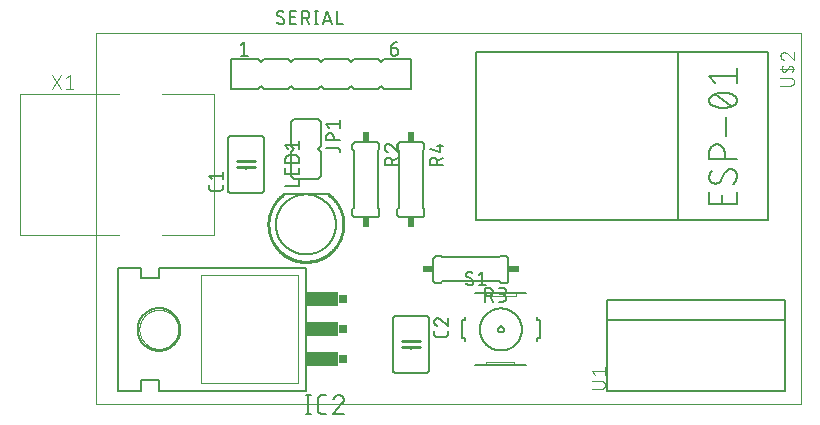
<source format=gto>
G04 EAGLE Gerber RS-274X export*
G75*
%MOMM*%
%FSLAX34Y34*%
%LPD*%
%INLötstopmaske Lötseite*%
%IPPOS*%
%AMOC8*
5,1,8,0,0,1.08239X$1,22.5*%
G01*
%ADD10C,0.000000*%
%ADD11C,0.127000*%
%ADD12C,0.203200*%
%ADD13C,0.101600*%
%ADD14C,0.152400*%
%ADD15C,0.254000*%
%ADD16R,0.609600X0.863600*%
%ADD17C,0.050800*%
%ADD18R,0.863600X0.609600*%
%ADD19R,0.635000X0.762000*%
%ADD20R,2.794000X1.270000*%
%ADD21C,0.177800*%


D10*
X0Y698500D02*
X596700Y698500D01*
X596700Y1012700D01*
X0Y1012700D01*
X0Y698500D01*
D11*
X492900Y997100D02*
X569100Y997100D01*
X492900Y997100D02*
X321450Y997100D01*
X321450Y854225D01*
X492900Y854225D01*
X569100Y854225D01*
X569100Y997100D01*
X492900Y997100D02*
X492900Y854225D01*
D12*
X542684Y868120D02*
X542684Y878506D01*
X542684Y868120D02*
X519316Y868120D01*
X519316Y878506D01*
X529702Y875910D02*
X529702Y868120D01*
X542684Y892588D02*
X542682Y892731D01*
X542676Y892874D01*
X542666Y893017D01*
X542652Y893159D01*
X542635Y893301D01*
X542613Y893443D01*
X542588Y893584D01*
X542558Y893724D01*
X542525Y893863D01*
X542488Y894001D01*
X542447Y894138D01*
X542403Y894274D01*
X542354Y894409D01*
X542302Y894542D01*
X542247Y894674D01*
X542187Y894804D01*
X542124Y894933D01*
X542058Y895060D01*
X541988Y895185D01*
X541915Y895307D01*
X541838Y895428D01*
X541758Y895547D01*
X541675Y895663D01*
X541589Y895778D01*
X541500Y895889D01*
X541407Y895999D01*
X541312Y896105D01*
X541213Y896209D01*
X541112Y896310D01*
X541008Y896409D01*
X540902Y896504D01*
X540792Y896597D01*
X540681Y896686D01*
X540566Y896772D01*
X540450Y896855D01*
X540331Y896935D01*
X540210Y897012D01*
X540088Y897085D01*
X539963Y897155D01*
X539836Y897221D01*
X539707Y897284D01*
X539577Y897344D01*
X539445Y897399D01*
X539312Y897451D01*
X539177Y897500D01*
X539041Y897544D01*
X538904Y897585D01*
X538766Y897622D01*
X538627Y897655D01*
X538487Y897685D01*
X538346Y897710D01*
X538204Y897732D01*
X538062Y897749D01*
X537920Y897763D01*
X537777Y897773D01*
X537634Y897779D01*
X537491Y897781D01*
X542684Y892588D02*
X542681Y892326D01*
X542671Y892063D01*
X542656Y891801D01*
X542634Y891540D01*
X542606Y891279D01*
X542571Y891019D01*
X542530Y890759D01*
X542484Y890501D01*
X542431Y890244D01*
X542371Y889988D01*
X542306Y889734D01*
X542235Y889481D01*
X542158Y889231D01*
X542074Y888982D01*
X541985Y888735D01*
X541890Y888490D01*
X541789Y888248D01*
X541682Y888008D01*
X541570Y887771D01*
X541452Y887537D01*
X541328Y887305D01*
X541199Y887077D01*
X541064Y886851D01*
X540924Y886629D01*
X540779Y886410D01*
X540629Y886195D01*
X540473Y885984D01*
X540313Y885776D01*
X540147Y885572D01*
X539977Y885373D01*
X539802Y885177D01*
X539623Y884986D01*
X539438Y884799D01*
X524509Y885448D02*
X524366Y885450D01*
X524223Y885456D01*
X524080Y885466D01*
X523938Y885480D01*
X523796Y885497D01*
X523654Y885519D01*
X523513Y885544D01*
X523373Y885574D01*
X523234Y885607D01*
X523096Y885644D01*
X522959Y885685D01*
X522823Y885729D01*
X522688Y885778D01*
X522555Y885830D01*
X522423Y885885D01*
X522293Y885945D01*
X522164Y886008D01*
X522037Y886074D01*
X521912Y886144D01*
X521790Y886217D01*
X521669Y886294D01*
X521550Y886374D01*
X521434Y886457D01*
X521319Y886543D01*
X521208Y886632D01*
X521098Y886725D01*
X520992Y886820D01*
X520888Y886919D01*
X520787Y887020D01*
X520688Y887124D01*
X520593Y887230D01*
X520500Y887340D01*
X520411Y887451D01*
X520325Y887566D01*
X520242Y887682D01*
X520162Y887801D01*
X520085Y887922D01*
X520012Y888045D01*
X519942Y888169D01*
X519876Y888296D01*
X519813Y888425D01*
X519753Y888555D01*
X519698Y888687D01*
X519646Y888820D01*
X519597Y888955D01*
X519553Y889091D01*
X519512Y889228D01*
X519475Y889366D01*
X519442Y889505D01*
X519412Y889645D01*
X519387Y889786D01*
X519365Y889928D01*
X519348Y890070D01*
X519334Y890212D01*
X519324Y890355D01*
X519318Y890498D01*
X519316Y890641D01*
X519319Y890873D01*
X519327Y891105D01*
X519341Y891337D01*
X519360Y891568D01*
X519385Y891799D01*
X519415Y892029D01*
X519451Y892258D01*
X519492Y892486D01*
X519539Y892714D01*
X519591Y892940D01*
X519649Y893165D01*
X519712Y893388D01*
X519780Y893610D01*
X519853Y893830D01*
X519932Y894048D01*
X520015Y894265D01*
X520104Y894479D01*
X520198Y894691D01*
X520297Y894901D01*
X520401Y895109D01*
X520510Y895313D01*
X520624Y895516D01*
X520743Y895715D01*
X520866Y895912D01*
X520994Y896105D01*
X521126Y896296D01*
X521263Y896483D01*
X529053Y888044D02*
X528978Y887921D01*
X528900Y887800D01*
X528818Y887681D01*
X528734Y887565D01*
X528646Y887451D01*
X528555Y887339D01*
X528461Y887230D01*
X528364Y887123D01*
X528264Y887019D01*
X528162Y886918D01*
X528056Y886819D01*
X527948Y886724D01*
X527838Y886631D01*
X527725Y886542D01*
X527610Y886456D01*
X527492Y886373D01*
X527372Y886293D01*
X527250Y886216D01*
X527126Y886143D01*
X527000Y886073D01*
X526872Y886007D01*
X526742Y885944D01*
X526611Y885885D01*
X526478Y885829D01*
X526343Y885777D01*
X526207Y885729D01*
X526070Y885684D01*
X525932Y885644D01*
X525793Y885607D01*
X525653Y885573D01*
X525512Y885544D01*
X525370Y885519D01*
X525227Y885497D01*
X525084Y885479D01*
X524941Y885466D01*
X524797Y885456D01*
X524653Y885450D01*
X524509Y885448D01*
X532947Y895185D02*
X533022Y895308D01*
X533100Y895429D01*
X533182Y895548D01*
X533266Y895664D01*
X533354Y895778D01*
X533445Y895890D01*
X533539Y896000D01*
X533636Y896106D01*
X533736Y896210D01*
X533838Y896311D01*
X533944Y896410D01*
X534052Y896505D01*
X534162Y896598D01*
X534275Y896687D01*
X534391Y896773D01*
X534508Y896856D01*
X534628Y896936D01*
X534750Y897013D01*
X534874Y897086D01*
X535000Y897156D01*
X535128Y897222D01*
X535258Y897285D01*
X535389Y897344D01*
X535522Y897400D01*
X535657Y897452D01*
X535793Y897500D01*
X535930Y897545D01*
X536068Y897585D01*
X536207Y897622D01*
X536347Y897656D01*
X536488Y897685D01*
X536630Y897710D01*
X536773Y897732D01*
X536916Y897750D01*
X537059Y897763D01*
X537203Y897773D01*
X537347Y897779D01*
X537491Y897781D01*
X532947Y895185D02*
X529053Y888044D01*
X519316Y905825D02*
X542684Y905825D01*
X519316Y905825D02*
X519316Y912316D01*
X519318Y912475D01*
X519324Y912634D01*
X519334Y912794D01*
X519347Y912952D01*
X519365Y913111D01*
X519386Y913268D01*
X519412Y913426D01*
X519441Y913582D01*
X519474Y913738D01*
X519511Y913893D01*
X519551Y914047D01*
X519596Y914200D01*
X519644Y914352D01*
X519695Y914503D01*
X519751Y914652D01*
X519810Y914800D01*
X519873Y914946D01*
X519939Y915091D01*
X520009Y915234D01*
X520082Y915376D01*
X520159Y915515D01*
X520239Y915653D01*
X520323Y915789D01*
X520410Y915922D01*
X520500Y916054D01*
X520593Y916183D01*
X520690Y916309D01*
X520789Y916434D01*
X520892Y916556D01*
X520997Y916675D01*
X521106Y916792D01*
X521217Y916906D01*
X521331Y917017D01*
X521448Y917126D01*
X521567Y917231D01*
X521689Y917334D01*
X521814Y917433D01*
X521940Y917530D01*
X522069Y917623D01*
X522201Y917713D01*
X522334Y917800D01*
X522470Y917884D01*
X522608Y917964D01*
X522747Y918041D01*
X522889Y918114D01*
X523032Y918184D01*
X523177Y918250D01*
X523323Y918313D01*
X523471Y918372D01*
X523620Y918428D01*
X523771Y918479D01*
X523923Y918527D01*
X524076Y918572D01*
X524230Y918612D01*
X524385Y918649D01*
X524541Y918682D01*
X524697Y918711D01*
X524855Y918737D01*
X525012Y918758D01*
X525171Y918776D01*
X525329Y918789D01*
X525489Y918799D01*
X525648Y918805D01*
X525807Y918807D01*
X525966Y918805D01*
X526125Y918799D01*
X526285Y918789D01*
X526443Y918776D01*
X526602Y918758D01*
X526759Y918737D01*
X526917Y918711D01*
X527073Y918682D01*
X527229Y918649D01*
X527384Y918612D01*
X527538Y918572D01*
X527691Y918527D01*
X527843Y918479D01*
X527994Y918428D01*
X528143Y918372D01*
X528291Y918313D01*
X528437Y918250D01*
X528582Y918184D01*
X528725Y918114D01*
X528867Y918041D01*
X529006Y917964D01*
X529144Y917884D01*
X529280Y917800D01*
X529413Y917713D01*
X529545Y917623D01*
X529674Y917530D01*
X529800Y917433D01*
X529925Y917334D01*
X530047Y917231D01*
X530166Y917126D01*
X530283Y917017D01*
X530397Y916906D01*
X530508Y916792D01*
X530617Y916675D01*
X530722Y916556D01*
X530825Y916434D01*
X530924Y916309D01*
X531021Y916183D01*
X531114Y916054D01*
X531204Y915922D01*
X531291Y915789D01*
X531375Y915653D01*
X531455Y915515D01*
X531532Y915376D01*
X531605Y915234D01*
X531675Y915091D01*
X531741Y914946D01*
X531804Y914800D01*
X531863Y914652D01*
X531919Y914503D01*
X531970Y914352D01*
X532018Y914200D01*
X532063Y914047D01*
X532103Y913893D01*
X532140Y913738D01*
X532173Y913582D01*
X532202Y913426D01*
X532228Y913268D01*
X532249Y913111D01*
X532267Y912952D01*
X532280Y912794D01*
X532290Y912634D01*
X532296Y912475D01*
X532298Y912316D01*
X532298Y905825D01*
X533596Y925954D02*
X533596Y941533D01*
X531000Y949523D02*
X530540Y949528D01*
X530081Y949545D01*
X529622Y949572D01*
X529164Y949611D01*
X528707Y949660D01*
X528251Y949720D01*
X527797Y949791D01*
X527344Y949873D01*
X526894Y949966D01*
X526446Y950069D01*
X526001Y950183D01*
X525558Y950308D01*
X525119Y950443D01*
X524683Y950589D01*
X524251Y950745D01*
X523822Y950911D01*
X523397Y951087D01*
X522977Y951274D01*
X522562Y951470D01*
X522561Y951471D02*
X522434Y951516D01*
X522308Y951566D01*
X522183Y951618D01*
X522060Y951675D01*
X521938Y951735D01*
X521819Y951798D01*
X521701Y951864D01*
X521585Y951934D01*
X521471Y952007D01*
X521359Y952083D01*
X521249Y952163D01*
X521142Y952245D01*
X521037Y952331D01*
X520934Y952419D01*
X520834Y952510D01*
X520736Y952604D01*
X520642Y952701D01*
X520550Y952800D01*
X520460Y952902D01*
X520374Y953006D01*
X520291Y953113D01*
X520211Y953222D01*
X520133Y953334D01*
X520060Y953447D01*
X519989Y953562D01*
X519921Y953680D01*
X519857Y953799D01*
X519796Y953920D01*
X519739Y954043D01*
X519685Y954167D01*
X519635Y954293D01*
X519588Y954420D01*
X519545Y954548D01*
X519506Y954678D01*
X519470Y954808D01*
X519438Y954940D01*
X519409Y955072D01*
X519385Y955205D01*
X519364Y955339D01*
X519347Y955474D01*
X519333Y955608D01*
X519324Y955743D01*
X519318Y955879D01*
X519316Y956014D01*
X519318Y956149D01*
X519324Y956285D01*
X519333Y956420D01*
X519347Y956555D01*
X519364Y956689D01*
X519385Y956823D01*
X519409Y956956D01*
X519438Y957088D01*
X519470Y957220D01*
X519506Y957350D01*
X519545Y957480D01*
X519588Y957608D01*
X519635Y957735D01*
X519685Y957861D01*
X519739Y957985D01*
X519796Y958108D01*
X519857Y958229D01*
X519921Y958348D01*
X519989Y958466D01*
X520060Y958581D01*
X520134Y958694D01*
X520211Y958806D01*
X520291Y958915D01*
X520374Y959022D01*
X520460Y959126D01*
X520550Y959228D01*
X520642Y959327D01*
X520736Y959424D01*
X520834Y959518D01*
X520934Y959609D01*
X521037Y959697D01*
X521142Y959783D01*
X521249Y959865D01*
X521359Y959945D01*
X521471Y960021D01*
X521585Y960094D01*
X521701Y960164D01*
X521819Y960230D01*
X521938Y960293D01*
X522060Y960353D01*
X522183Y960410D01*
X522308Y960462D01*
X522434Y960512D01*
X522561Y960557D01*
X522561Y960558D02*
X522977Y960754D01*
X523397Y960941D01*
X523822Y961117D01*
X524250Y961283D01*
X524683Y961439D01*
X525119Y961585D01*
X525558Y961720D01*
X526001Y961845D01*
X526446Y961959D01*
X526894Y962062D01*
X527344Y962155D01*
X527797Y962237D01*
X528251Y962308D01*
X528707Y962368D01*
X529164Y962417D01*
X529622Y962456D01*
X530081Y962483D01*
X530540Y962500D01*
X531000Y962505D01*
X531000Y949523D02*
X531460Y949528D01*
X531919Y949545D01*
X532378Y949572D01*
X532836Y949611D01*
X533293Y949660D01*
X533749Y949720D01*
X534203Y949791D01*
X534656Y949873D01*
X535106Y949966D01*
X535554Y950069D01*
X535999Y950183D01*
X536442Y950308D01*
X536881Y950443D01*
X537317Y950589D01*
X537749Y950745D01*
X538178Y950911D01*
X538603Y951087D01*
X539023Y951274D01*
X539438Y951470D01*
X539439Y951471D02*
X539566Y951516D01*
X539692Y951566D01*
X539817Y951618D01*
X539940Y951675D01*
X540062Y951735D01*
X540181Y951798D01*
X540299Y951864D01*
X540415Y951934D01*
X540529Y952007D01*
X540641Y952083D01*
X540751Y952163D01*
X540858Y952245D01*
X540963Y952331D01*
X541066Y952419D01*
X541166Y952510D01*
X541264Y952604D01*
X541358Y952701D01*
X541450Y952800D01*
X541540Y952902D01*
X541626Y953007D01*
X541709Y953113D01*
X541789Y953222D01*
X541867Y953334D01*
X541940Y953447D01*
X542011Y953562D01*
X542079Y953680D01*
X542143Y953799D01*
X542204Y953920D01*
X542261Y954043D01*
X542315Y954167D01*
X542365Y954293D01*
X542412Y954420D01*
X542455Y954548D01*
X542494Y954678D01*
X542530Y954808D01*
X542562Y954940D01*
X542591Y955072D01*
X542615Y955205D01*
X542636Y955339D01*
X542653Y955474D01*
X542667Y955608D01*
X542676Y955743D01*
X542682Y955879D01*
X542684Y956014D01*
X539438Y960558D02*
X539023Y960754D01*
X538603Y960941D01*
X538178Y961117D01*
X537750Y961283D01*
X537317Y961439D01*
X536881Y961585D01*
X536442Y961720D01*
X535999Y961845D01*
X535554Y961959D01*
X535106Y962062D01*
X534656Y962155D01*
X534203Y962237D01*
X533749Y962308D01*
X533293Y962368D01*
X532836Y962417D01*
X532378Y962456D01*
X531919Y962483D01*
X531460Y962500D01*
X531000Y962505D01*
X539439Y960557D02*
X539566Y960512D01*
X539692Y960462D01*
X539817Y960410D01*
X539940Y960353D01*
X540062Y960293D01*
X540181Y960230D01*
X540299Y960164D01*
X540415Y960094D01*
X540529Y960021D01*
X540641Y959945D01*
X540751Y959865D01*
X540858Y959783D01*
X540963Y959697D01*
X541066Y959609D01*
X541166Y959518D01*
X541264Y959424D01*
X541358Y959327D01*
X541450Y959228D01*
X541540Y959126D01*
X541626Y959021D01*
X541709Y958915D01*
X541789Y958806D01*
X541867Y958694D01*
X541940Y958581D01*
X542011Y958466D01*
X542079Y958348D01*
X542143Y958229D01*
X542204Y958108D01*
X542261Y957985D01*
X542315Y957861D01*
X542365Y957735D01*
X542412Y957608D01*
X542455Y957480D01*
X542494Y957350D01*
X542530Y957220D01*
X542562Y957088D01*
X542591Y956956D01*
X542615Y956823D01*
X542636Y956689D01*
X542653Y956554D01*
X542667Y956420D01*
X542676Y956285D01*
X542682Y956149D01*
X542684Y956014D01*
X537491Y950821D02*
X524509Y961207D01*
X524509Y970402D02*
X519316Y976893D01*
X542684Y976893D01*
X542684Y970402D02*
X542684Y983384D01*
D13*
X579608Y968384D02*
X588046Y968384D01*
X588046Y968383D02*
X588159Y968385D01*
X588272Y968391D01*
X588385Y968401D01*
X588498Y968415D01*
X588610Y968432D01*
X588721Y968454D01*
X588831Y968479D01*
X588941Y968509D01*
X589049Y968542D01*
X589156Y968579D01*
X589262Y968619D01*
X589366Y968664D01*
X589469Y968712D01*
X589570Y968763D01*
X589669Y968818D01*
X589766Y968876D01*
X589861Y968938D01*
X589954Y969003D01*
X590044Y969071D01*
X590132Y969142D01*
X590218Y969217D01*
X590301Y969294D01*
X590381Y969374D01*
X590458Y969457D01*
X590533Y969543D01*
X590604Y969631D01*
X590672Y969721D01*
X590737Y969814D01*
X590799Y969909D01*
X590857Y970006D01*
X590912Y970105D01*
X590963Y970206D01*
X591011Y970309D01*
X591056Y970413D01*
X591096Y970519D01*
X591133Y970626D01*
X591166Y970734D01*
X591196Y970844D01*
X591221Y970954D01*
X591243Y971065D01*
X591260Y971177D01*
X591274Y971290D01*
X591284Y971403D01*
X591290Y971516D01*
X591292Y971629D01*
X591290Y971742D01*
X591284Y971855D01*
X591274Y971968D01*
X591260Y972081D01*
X591243Y972193D01*
X591221Y972304D01*
X591196Y972414D01*
X591166Y972524D01*
X591133Y972632D01*
X591096Y972739D01*
X591056Y972845D01*
X591011Y972949D01*
X590963Y973052D01*
X590912Y973153D01*
X590857Y973252D01*
X590799Y973349D01*
X590737Y973444D01*
X590672Y973537D01*
X590604Y973627D01*
X590533Y973715D01*
X590458Y973801D01*
X590381Y973884D01*
X590301Y973964D01*
X590218Y974041D01*
X590132Y974116D01*
X590044Y974187D01*
X589954Y974255D01*
X589861Y974320D01*
X589766Y974382D01*
X589669Y974440D01*
X589570Y974495D01*
X589469Y974546D01*
X589366Y974594D01*
X589262Y974639D01*
X589156Y974679D01*
X589049Y974716D01*
X588941Y974749D01*
X588831Y974779D01*
X588721Y974804D01*
X588610Y974826D01*
X588498Y974843D01*
X588385Y974857D01*
X588272Y974867D01*
X588159Y974873D01*
X588046Y974875D01*
X579608Y974875D01*
X579608Y982678D02*
X591292Y982678D01*
X585450Y982678D02*
X584476Y981056D01*
X584477Y981055D02*
X584430Y980982D01*
X584381Y980911D01*
X584328Y980842D01*
X584272Y980775D01*
X584213Y980711D01*
X584152Y980649D01*
X584088Y980591D01*
X584021Y980535D01*
X583952Y980483D01*
X583880Y980433D01*
X583806Y980387D01*
X583731Y980344D01*
X583653Y980305D01*
X583574Y980269D01*
X583493Y980237D01*
X583411Y980208D01*
X583328Y980183D01*
X583244Y980162D01*
X583159Y980145D01*
X583073Y980131D01*
X582987Y980122D01*
X582900Y980116D01*
X582813Y980114D01*
X582726Y980116D01*
X582639Y980122D01*
X582553Y980132D01*
X582467Y980145D01*
X582382Y980163D01*
X582298Y980184D01*
X582215Y980209D01*
X582132Y980238D01*
X582052Y980270D01*
X581973Y980306D01*
X581895Y980345D01*
X581820Y980388D01*
X581746Y980435D01*
X581675Y980484D01*
X581605Y980537D01*
X581539Y980592D01*
X581475Y980651D01*
X581413Y980712D01*
X581354Y980776D01*
X581299Y980843D01*
X581246Y980912D01*
X581196Y980984D01*
X581150Y981057D01*
X581107Y981133D01*
X581068Y981210D01*
X581032Y981289D01*
X580999Y981370D01*
X580971Y981452D01*
X580945Y981535D01*
X580924Y981619D01*
X580907Y981704D01*
X580906Y981705D02*
X580882Y981845D01*
X580862Y981987D01*
X580846Y982128D01*
X580835Y982270D01*
X580827Y982413D01*
X580823Y982555D01*
X580822Y982698D01*
X580826Y982841D01*
X580834Y982983D01*
X580846Y983125D01*
X580862Y983267D01*
X580881Y983408D01*
X580905Y983549D01*
X580932Y983689D01*
X580964Y983828D01*
X580999Y983966D01*
X581038Y984104D01*
X581081Y984240D01*
X581127Y984374D01*
X581178Y984508D01*
X581231Y984640D01*
X581289Y984770D01*
X581350Y984899D01*
X581415Y985026D01*
X581483Y985152D01*
X581555Y985275D01*
X585450Y982678D02*
X586424Y984301D01*
X586423Y984302D02*
X586470Y984375D01*
X586519Y984446D01*
X586572Y984516D01*
X586628Y984582D01*
X586687Y984646D01*
X586748Y984708D01*
X586812Y984766D01*
X586879Y984822D01*
X586948Y984874D01*
X587020Y984924D01*
X587094Y984970D01*
X587169Y985013D01*
X587247Y985052D01*
X587326Y985088D01*
X587407Y985120D01*
X587489Y985149D01*
X587572Y985174D01*
X587656Y985195D01*
X587741Y985212D01*
X587827Y985226D01*
X587914Y985235D01*
X588000Y985241D01*
X588087Y985243D01*
X588174Y985241D01*
X588261Y985235D01*
X588347Y985225D01*
X588433Y985212D01*
X588518Y985194D01*
X588602Y985173D01*
X588685Y985148D01*
X588768Y985119D01*
X588848Y985087D01*
X588927Y985051D01*
X589005Y985012D01*
X589080Y984969D01*
X589154Y984922D01*
X589225Y984873D01*
X589295Y984820D01*
X589361Y984765D01*
X589425Y984706D01*
X589487Y984645D01*
X589546Y984580D01*
X589601Y984514D01*
X589654Y984445D01*
X589704Y984373D01*
X589750Y984300D01*
X589793Y984224D01*
X589832Y984147D01*
X589868Y984068D01*
X589901Y983987D01*
X589929Y983905D01*
X589955Y983822D01*
X589976Y983738D01*
X589993Y983652D01*
X589994Y983652D02*
X590018Y983512D01*
X590038Y983370D01*
X590054Y983229D01*
X590065Y983087D01*
X590073Y982944D01*
X590077Y982802D01*
X590078Y982659D01*
X590074Y982516D01*
X590066Y982374D01*
X590054Y982232D01*
X590038Y982090D01*
X590019Y981949D01*
X589995Y981808D01*
X589968Y981668D01*
X589936Y981529D01*
X589901Y981391D01*
X589862Y981253D01*
X589819Y981117D01*
X589773Y980983D01*
X589722Y980849D01*
X589669Y980717D01*
X589611Y980587D01*
X589550Y980458D01*
X589485Y980331D01*
X589417Y980205D01*
X589345Y980082D01*
X579608Y993671D02*
X579610Y993778D01*
X579616Y993884D01*
X579626Y993990D01*
X579639Y994096D01*
X579657Y994202D01*
X579678Y994306D01*
X579703Y994410D01*
X579732Y994513D01*
X579764Y994614D01*
X579801Y994714D01*
X579841Y994813D01*
X579884Y994911D01*
X579931Y995007D01*
X579982Y995101D01*
X580036Y995193D01*
X580093Y995283D01*
X580153Y995371D01*
X580217Y995456D01*
X580284Y995539D01*
X580354Y995620D01*
X580426Y995698D01*
X580502Y995774D01*
X580580Y995846D01*
X580661Y995916D01*
X580744Y995983D01*
X580829Y996047D01*
X580917Y996107D01*
X581007Y996164D01*
X581099Y996218D01*
X581193Y996269D01*
X581289Y996316D01*
X581387Y996359D01*
X581486Y996399D01*
X581586Y996436D01*
X581687Y996468D01*
X581790Y996497D01*
X581894Y996522D01*
X581998Y996543D01*
X582104Y996561D01*
X582210Y996574D01*
X582316Y996584D01*
X582422Y996590D01*
X582529Y996592D01*
X579608Y993671D02*
X579610Y993550D01*
X579616Y993429D01*
X579626Y993309D01*
X579639Y993188D01*
X579657Y993069D01*
X579678Y992949D01*
X579703Y992831D01*
X579732Y992714D01*
X579765Y992597D01*
X579801Y992482D01*
X579842Y992368D01*
X579885Y992255D01*
X579933Y992143D01*
X579984Y992034D01*
X580039Y991926D01*
X580097Y991819D01*
X580158Y991715D01*
X580223Y991613D01*
X580291Y991513D01*
X580362Y991415D01*
X580436Y991319D01*
X580513Y991226D01*
X580594Y991136D01*
X580677Y991048D01*
X580763Y990963D01*
X580852Y990880D01*
X580943Y990801D01*
X581037Y990724D01*
X581133Y990651D01*
X581231Y990581D01*
X581332Y990514D01*
X581435Y990450D01*
X581540Y990390D01*
X581647Y990332D01*
X581755Y990279D01*
X581865Y990229D01*
X581977Y990183D01*
X582090Y990140D01*
X582205Y990101D01*
X584801Y995618D02*
X584723Y995697D01*
X584643Y995773D01*
X584560Y995846D01*
X584474Y995916D01*
X584387Y995983D01*
X584296Y996047D01*
X584204Y996107D01*
X584110Y996165D01*
X584013Y996219D01*
X583915Y996269D01*
X583815Y996316D01*
X583714Y996360D01*
X583611Y996400D01*
X583506Y996436D01*
X583401Y996468D01*
X583294Y996497D01*
X583187Y996522D01*
X583078Y996544D01*
X582969Y996561D01*
X582860Y996575D01*
X582750Y996584D01*
X582639Y996590D01*
X582529Y996592D01*
X584801Y995618D02*
X591292Y990101D01*
X591292Y996592D01*
X-64150Y961325D02*
X-64150Y842075D01*
X99725Y842075D02*
X99725Y961325D01*
X19725Y961325D02*
X-64150Y961325D01*
X-64150Y842075D02*
X19725Y842075D01*
X55850Y961325D02*
X99725Y961325D01*
X99725Y842075D02*
X55850Y842075D01*
X-37592Y965708D02*
X-29803Y977392D01*
X-37592Y977392D02*
X-29803Y965708D01*
X-25513Y974796D02*
X-22267Y977392D01*
X-22267Y965708D01*
X-19022Y965708D02*
X-25513Y965708D01*
D14*
X111760Y923290D02*
X111760Y880110D01*
X142240Y880110D02*
X142240Y923290D01*
X139700Y925830D02*
X114300Y925830D01*
X114300Y877570D02*
X139700Y877570D01*
X111760Y923290D02*
X111762Y923390D01*
X111768Y923489D01*
X111778Y923589D01*
X111791Y923687D01*
X111809Y923786D01*
X111830Y923883D01*
X111855Y923979D01*
X111884Y924075D01*
X111917Y924169D01*
X111953Y924262D01*
X111993Y924353D01*
X112037Y924443D01*
X112084Y924531D01*
X112134Y924617D01*
X112188Y924701D01*
X112245Y924783D01*
X112305Y924862D01*
X112369Y924940D01*
X112435Y925014D01*
X112504Y925086D01*
X112576Y925155D01*
X112650Y925221D01*
X112728Y925285D01*
X112807Y925345D01*
X112889Y925402D01*
X112973Y925456D01*
X113059Y925506D01*
X113147Y925553D01*
X113237Y925597D01*
X113328Y925637D01*
X113421Y925673D01*
X113515Y925706D01*
X113611Y925735D01*
X113707Y925760D01*
X113804Y925781D01*
X113903Y925799D01*
X114001Y925812D01*
X114101Y925822D01*
X114200Y925828D01*
X114300Y925830D01*
X111760Y880110D02*
X111762Y880010D01*
X111768Y879911D01*
X111778Y879811D01*
X111791Y879713D01*
X111809Y879614D01*
X111830Y879517D01*
X111855Y879421D01*
X111884Y879325D01*
X111917Y879231D01*
X111953Y879138D01*
X111993Y879047D01*
X112037Y878957D01*
X112084Y878869D01*
X112134Y878783D01*
X112188Y878699D01*
X112245Y878617D01*
X112305Y878538D01*
X112369Y878460D01*
X112435Y878386D01*
X112504Y878314D01*
X112576Y878245D01*
X112650Y878179D01*
X112728Y878115D01*
X112807Y878055D01*
X112889Y877998D01*
X112973Y877944D01*
X113059Y877894D01*
X113147Y877847D01*
X113237Y877803D01*
X113328Y877763D01*
X113421Y877727D01*
X113515Y877694D01*
X113611Y877665D01*
X113707Y877640D01*
X113804Y877619D01*
X113903Y877601D01*
X114001Y877588D01*
X114101Y877578D01*
X114200Y877572D01*
X114300Y877570D01*
X142240Y923290D02*
X142238Y923390D01*
X142232Y923489D01*
X142222Y923589D01*
X142209Y923687D01*
X142191Y923786D01*
X142170Y923883D01*
X142145Y923979D01*
X142116Y924075D01*
X142083Y924169D01*
X142047Y924262D01*
X142007Y924353D01*
X141963Y924443D01*
X141916Y924531D01*
X141866Y924617D01*
X141812Y924701D01*
X141755Y924783D01*
X141695Y924862D01*
X141631Y924940D01*
X141565Y925014D01*
X141496Y925086D01*
X141424Y925155D01*
X141350Y925221D01*
X141272Y925285D01*
X141193Y925345D01*
X141111Y925402D01*
X141027Y925456D01*
X140941Y925506D01*
X140853Y925553D01*
X140763Y925597D01*
X140672Y925637D01*
X140579Y925673D01*
X140485Y925706D01*
X140389Y925735D01*
X140293Y925760D01*
X140196Y925781D01*
X140097Y925799D01*
X139999Y925812D01*
X139899Y925822D01*
X139800Y925828D01*
X139700Y925830D01*
X142240Y880110D02*
X142238Y880010D01*
X142232Y879911D01*
X142222Y879811D01*
X142209Y879713D01*
X142191Y879614D01*
X142170Y879517D01*
X142145Y879421D01*
X142116Y879325D01*
X142083Y879231D01*
X142047Y879138D01*
X142007Y879047D01*
X141963Y878957D01*
X141916Y878869D01*
X141866Y878783D01*
X141812Y878699D01*
X141755Y878617D01*
X141695Y878538D01*
X141631Y878460D01*
X141565Y878386D01*
X141496Y878314D01*
X141424Y878245D01*
X141350Y878179D01*
X141272Y878115D01*
X141193Y878055D01*
X141111Y877998D01*
X141027Y877944D01*
X140941Y877894D01*
X140853Y877847D01*
X140763Y877803D01*
X140672Y877763D01*
X140579Y877727D01*
X140485Y877694D01*
X140389Y877665D01*
X140293Y877640D01*
X140196Y877619D01*
X140097Y877601D01*
X139999Y877588D01*
X139899Y877578D01*
X139800Y877572D01*
X139700Y877570D01*
X127000Y904240D02*
X127000Y905510D01*
D15*
X127000Y904240D02*
X119380Y904240D01*
X127000Y904240D02*
X134620Y904240D01*
X127000Y899160D02*
X119380Y899160D01*
X127000Y899160D02*
X134620Y899160D01*
D14*
X127000Y899160D02*
X127000Y897890D01*
D11*
X107315Y884555D02*
X107315Y882015D01*
X107313Y881915D01*
X107307Y881816D01*
X107297Y881716D01*
X107284Y881618D01*
X107266Y881519D01*
X107245Y881422D01*
X107220Y881326D01*
X107191Y881230D01*
X107158Y881136D01*
X107122Y881043D01*
X107082Y880952D01*
X107038Y880862D01*
X106991Y880774D01*
X106941Y880688D01*
X106887Y880604D01*
X106830Y880522D01*
X106770Y880443D01*
X106706Y880365D01*
X106640Y880291D01*
X106571Y880219D01*
X106499Y880150D01*
X106425Y880084D01*
X106347Y880020D01*
X106268Y879960D01*
X106186Y879903D01*
X106102Y879849D01*
X106016Y879799D01*
X105928Y879752D01*
X105838Y879708D01*
X105747Y879668D01*
X105654Y879632D01*
X105560Y879599D01*
X105464Y879570D01*
X105368Y879545D01*
X105271Y879524D01*
X105172Y879506D01*
X105074Y879493D01*
X104974Y879483D01*
X104875Y879477D01*
X104775Y879475D01*
X98425Y879475D01*
X98325Y879477D01*
X98226Y879483D01*
X98126Y879493D01*
X98028Y879506D01*
X97929Y879524D01*
X97832Y879545D01*
X97736Y879570D01*
X97640Y879599D01*
X97546Y879632D01*
X97453Y879668D01*
X97362Y879708D01*
X97272Y879752D01*
X97184Y879799D01*
X97098Y879849D01*
X97014Y879903D01*
X96932Y879960D01*
X96853Y880020D01*
X96775Y880084D01*
X96701Y880150D01*
X96629Y880219D01*
X96560Y880291D01*
X96494Y880365D01*
X96430Y880443D01*
X96370Y880522D01*
X96313Y880604D01*
X96259Y880688D01*
X96209Y880774D01*
X96162Y880862D01*
X96118Y880952D01*
X96078Y881043D01*
X96042Y881136D01*
X96009Y881230D01*
X95980Y881326D01*
X95955Y881422D01*
X95934Y881519D01*
X95916Y881618D01*
X95903Y881716D01*
X95893Y881816D01*
X95887Y881915D01*
X95885Y882015D01*
X95885Y884555D01*
X98425Y889037D02*
X95885Y892212D01*
X107315Y892212D01*
X107315Y889037D02*
X107315Y895387D01*
D14*
X281940Y770890D02*
X281940Y727710D01*
X251460Y727710D02*
X251460Y770890D01*
X254000Y725170D02*
X279400Y725170D01*
X279400Y773430D02*
X254000Y773430D01*
X281940Y727710D02*
X281938Y727610D01*
X281932Y727511D01*
X281922Y727411D01*
X281909Y727313D01*
X281891Y727214D01*
X281870Y727117D01*
X281845Y727021D01*
X281816Y726925D01*
X281783Y726831D01*
X281747Y726738D01*
X281707Y726647D01*
X281663Y726557D01*
X281616Y726469D01*
X281566Y726383D01*
X281512Y726299D01*
X281455Y726217D01*
X281395Y726138D01*
X281331Y726060D01*
X281265Y725986D01*
X281196Y725914D01*
X281124Y725845D01*
X281050Y725779D01*
X280972Y725715D01*
X280893Y725655D01*
X280811Y725598D01*
X280727Y725544D01*
X280641Y725494D01*
X280553Y725447D01*
X280463Y725403D01*
X280372Y725363D01*
X280279Y725327D01*
X280185Y725294D01*
X280089Y725265D01*
X279993Y725240D01*
X279896Y725219D01*
X279797Y725201D01*
X279699Y725188D01*
X279599Y725178D01*
X279500Y725172D01*
X279400Y725170D01*
X281940Y770890D02*
X281938Y770990D01*
X281932Y771089D01*
X281922Y771189D01*
X281909Y771287D01*
X281891Y771386D01*
X281870Y771483D01*
X281845Y771579D01*
X281816Y771675D01*
X281783Y771769D01*
X281747Y771862D01*
X281707Y771953D01*
X281663Y772043D01*
X281616Y772131D01*
X281566Y772217D01*
X281512Y772301D01*
X281455Y772383D01*
X281395Y772462D01*
X281331Y772540D01*
X281265Y772614D01*
X281196Y772686D01*
X281124Y772755D01*
X281050Y772821D01*
X280972Y772885D01*
X280893Y772945D01*
X280811Y773002D01*
X280727Y773056D01*
X280641Y773106D01*
X280553Y773153D01*
X280463Y773197D01*
X280372Y773237D01*
X280279Y773273D01*
X280185Y773306D01*
X280089Y773335D01*
X279993Y773360D01*
X279896Y773381D01*
X279797Y773399D01*
X279699Y773412D01*
X279599Y773422D01*
X279500Y773428D01*
X279400Y773430D01*
X251460Y727710D02*
X251462Y727610D01*
X251468Y727511D01*
X251478Y727411D01*
X251491Y727313D01*
X251509Y727214D01*
X251530Y727117D01*
X251555Y727021D01*
X251584Y726925D01*
X251617Y726831D01*
X251653Y726738D01*
X251693Y726647D01*
X251737Y726557D01*
X251784Y726469D01*
X251834Y726383D01*
X251888Y726299D01*
X251945Y726217D01*
X252005Y726138D01*
X252069Y726060D01*
X252135Y725986D01*
X252204Y725914D01*
X252276Y725845D01*
X252350Y725779D01*
X252428Y725715D01*
X252507Y725655D01*
X252589Y725598D01*
X252673Y725544D01*
X252759Y725494D01*
X252847Y725447D01*
X252937Y725403D01*
X253028Y725363D01*
X253121Y725327D01*
X253215Y725294D01*
X253311Y725265D01*
X253407Y725240D01*
X253504Y725219D01*
X253603Y725201D01*
X253701Y725188D01*
X253801Y725178D01*
X253900Y725172D01*
X254000Y725170D01*
X251460Y770890D02*
X251462Y770990D01*
X251468Y771089D01*
X251478Y771189D01*
X251491Y771287D01*
X251509Y771386D01*
X251530Y771483D01*
X251555Y771579D01*
X251584Y771675D01*
X251617Y771769D01*
X251653Y771862D01*
X251693Y771953D01*
X251737Y772043D01*
X251784Y772131D01*
X251834Y772217D01*
X251888Y772301D01*
X251945Y772383D01*
X252005Y772462D01*
X252069Y772540D01*
X252135Y772614D01*
X252204Y772686D01*
X252276Y772755D01*
X252350Y772821D01*
X252428Y772885D01*
X252507Y772945D01*
X252589Y773002D01*
X252673Y773056D01*
X252759Y773106D01*
X252847Y773153D01*
X252937Y773197D01*
X253028Y773237D01*
X253121Y773273D01*
X253215Y773306D01*
X253311Y773335D01*
X253407Y773360D01*
X253504Y773381D01*
X253603Y773399D01*
X253701Y773412D01*
X253801Y773422D01*
X253900Y773428D01*
X254000Y773430D01*
X266700Y746760D02*
X266700Y745490D01*
D15*
X266700Y746760D02*
X274320Y746760D01*
X266700Y746760D02*
X259080Y746760D01*
X266700Y751840D02*
X274320Y751840D01*
X266700Y751840D02*
X259080Y751840D01*
D14*
X266700Y751840D02*
X266700Y753110D01*
D11*
X297815Y758153D02*
X297815Y760693D01*
X297815Y758153D02*
X297813Y758053D01*
X297807Y757954D01*
X297797Y757854D01*
X297784Y757756D01*
X297766Y757657D01*
X297745Y757560D01*
X297720Y757464D01*
X297691Y757368D01*
X297658Y757274D01*
X297622Y757181D01*
X297582Y757090D01*
X297538Y757000D01*
X297491Y756912D01*
X297441Y756826D01*
X297387Y756742D01*
X297330Y756660D01*
X297270Y756581D01*
X297206Y756503D01*
X297140Y756429D01*
X297071Y756357D01*
X296999Y756288D01*
X296925Y756222D01*
X296847Y756158D01*
X296768Y756098D01*
X296686Y756041D01*
X296602Y755987D01*
X296516Y755937D01*
X296428Y755890D01*
X296338Y755846D01*
X296247Y755806D01*
X296154Y755770D01*
X296060Y755737D01*
X295964Y755708D01*
X295868Y755683D01*
X295771Y755662D01*
X295672Y755644D01*
X295574Y755631D01*
X295474Y755621D01*
X295375Y755615D01*
X295275Y755613D01*
X288925Y755613D01*
X288825Y755615D01*
X288726Y755621D01*
X288626Y755631D01*
X288528Y755644D01*
X288429Y755662D01*
X288332Y755683D01*
X288236Y755708D01*
X288140Y755737D01*
X288046Y755770D01*
X287953Y755806D01*
X287862Y755846D01*
X287772Y755890D01*
X287684Y755937D01*
X287598Y755987D01*
X287514Y756041D01*
X287432Y756098D01*
X287353Y756158D01*
X287275Y756222D01*
X287201Y756288D01*
X287129Y756357D01*
X287060Y756429D01*
X286994Y756503D01*
X286930Y756581D01*
X286870Y756660D01*
X286813Y756742D01*
X286759Y756826D01*
X286709Y756912D01*
X286662Y757000D01*
X286618Y757090D01*
X286578Y757181D01*
X286542Y757274D01*
X286509Y757368D01*
X286480Y757464D01*
X286455Y757560D01*
X286434Y757657D01*
X286416Y757756D01*
X286403Y757854D01*
X286393Y757954D01*
X286387Y758053D01*
X286385Y758153D01*
X286385Y760693D01*
X286385Y768668D02*
X286387Y768772D01*
X286393Y768877D01*
X286402Y768981D01*
X286415Y769084D01*
X286433Y769187D01*
X286453Y769289D01*
X286478Y769391D01*
X286506Y769491D01*
X286538Y769591D01*
X286574Y769689D01*
X286613Y769786D01*
X286655Y769881D01*
X286701Y769975D01*
X286751Y770067D01*
X286803Y770157D01*
X286859Y770245D01*
X286919Y770331D01*
X286981Y770415D01*
X287046Y770496D01*
X287114Y770575D01*
X287186Y770652D01*
X287259Y770725D01*
X287336Y770797D01*
X287415Y770865D01*
X287496Y770930D01*
X287580Y770992D01*
X287666Y771052D01*
X287754Y771108D01*
X287844Y771160D01*
X287936Y771210D01*
X288030Y771256D01*
X288125Y771298D01*
X288222Y771337D01*
X288320Y771373D01*
X288420Y771405D01*
X288520Y771433D01*
X288622Y771458D01*
X288724Y771478D01*
X288827Y771496D01*
X288930Y771509D01*
X289034Y771518D01*
X289139Y771524D01*
X289243Y771526D01*
X286385Y768668D02*
X286387Y768550D01*
X286393Y768431D01*
X286402Y768313D01*
X286415Y768196D01*
X286433Y768079D01*
X286453Y767962D01*
X286478Y767846D01*
X286506Y767731D01*
X286539Y767618D01*
X286574Y767505D01*
X286614Y767393D01*
X286656Y767283D01*
X286703Y767174D01*
X286753Y767066D01*
X286806Y766961D01*
X286863Y766857D01*
X286923Y766755D01*
X286986Y766655D01*
X287053Y766557D01*
X287122Y766461D01*
X287195Y766368D01*
X287271Y766277D01*
X287349Y766188D01*
X287431Y766102D01*
X287515Y766019D01*
X287601Y765938D01*
X287691Y765861D01*
X287782Y765786D01*
X287876Y765714D01*
X287973Y765645D01*
X288071Y765580D01*
X288172Y765517D01*
X288275Y765458D01*
X288379Y765402D01*
X288485Y765350D01*
X288593Y765301D01*
X288702Y765256D01*
X288813Y765214D01*
X288925Y765176D01*
X291465Y770573D02*
X291390Y770649D01*
X291311Y770724D01*
X291230Y770795D01*
X291146Y770864D01*
X291060Y770929D01*
X290972Y770991D01*
X290882Y771051D01*
X290790Y771107D01*
X290695Y771160D01*
X290599Y771209D01*
X290501Y771255D01*
X290402Y771298D01*
X290301Y771337D01*
X290199Y771372D01*
X290096Y771404D01*
X289992Y771432D01*
X289887Y771457D01*
X289780Y771478D01*
X289674Y771495D01*
X289567Y771508D01*
X289459Y771517D01*
X289351Y771523D01*
X289243Y771525D01*
X291465Y770573D02*
X297815Y765175D01*
X297815Y771525D01*
D14*
X114300Y965200D02*
X114300Y990600D01*
X114300Y965200D02*
X137160Y965200D01*
X139700Y967740D01*
X142240Y965200D01*
X162560Y965200D01*
X165100Y967740D01*
X167640Y965200D01*
X187960Y965200D01*
X190500Y967740D01*
X193040Y965200D01*
X213360Y965200D01*
X215900Y967740D01*
X218440Y965200D01*
X238760Y965200D01*
X243840Y965200D02*
X266700Y965200D01*
X266700Y990600D01*
X243840Y990600D01*
X238760Y990600D02*
X218440Y990600D01*
X215900Y988060D01*
X213360Y990600D01*
X193040Y990600D01*
X190500Y988060D01*
X187960Y990600D01*
X167640Y990600D01*
X165100Y988060D01*
X162560Y990600D01*
X142240Y990600D01*
X139700Y988060D01*
X137160Y990600D01*
X114300Y990600D01*
X241300Y988060D02*
X243840Y990600D01*
X241300Y988060D02*
X238760Y990600D01*
X241300Y967740D02*
X243840Y965200D01*
X241300Y967740D02*
X238760Y965200D01*
D11*
X125730Y1005205D02*
X122555Y1002665D01*
X125730Y1005205D02*
X125730Y993775D01*
X122555Y993775D02*
X128905Y993775D01*
X249555Y1000125D02*
X253365Y1000125D01*
X253465Y1000123D01*
X253564Y1000117D01*
X253664Y1000107D01*
X253762Y1000094D01*
X253861Y1000076D01*
X253958Y1000055D01*
X254054Y1000030D01*
X254150Y1000001D01*
X254244Y999968D01*
X254337Y999932D01*
X254428Y999892D01*
X254518Y999848D01*
X254606Y999801D01*
X254692Y999751D01*
X254776Y999697D01*
X254858Y999640D01*
X254937Y999580D01*
X255015Y999516D01*
X255089Y999450D01*
X255161Y999381D01*
X255230Y999309D01*
X255296Y999235D01*
X255360Y999157D01*
X255420Y999078D01*
X255477Y998996D01*
X255531Y998912D01*
X255581Y998826D01*
X255628Y998738D01*
X255672Y998648D01*
X255712Y998557D01*
X255748Y998464D01*
X255781Y998370D01*
X255810Y998274D01*
X255835Y998178D01*
X255856Y998081D01*
X255874Y997982D01*
X255887Y997884D01*
X255897Y997784D01*
X255903Y997685D01*
X255905Y997585D01*
X255905Y996950D01*
X255903Y996839D01*
X255897Y996729D01*
X255888Y996618D01*
X255874Y996508D01*
X255857Y996399D01*
X255836Y996290D01*
X255811Y996182D01*
X255782Y996075D01*
X255750Y995969D01*
X255714Y995864D01*
X255674Y995761D01*
X255631Y995659D01*
X255584Y995558D01*
X255533Y995459D01*
X255480Y995363D01*
X255423Y995268D01*
X255362Y995175D01*
X255299Y995084D01*
X255232Y994995D01*
X255162Y994909D01*
X255089Y994826D01*
X255014Y994744D01*
X254936Y994666D01*
X254854Y994591D01*
X254771Y994518D01*
X254685Y994448D01*
X254596Y994381D01*
X254505Y994318D01*
X254412Y994257D01*
X254317Y994200D01*
X254221Y994147D01*
X254122Y994096D01*
X254021Y994049D01*
X253919Y994006D01*
X253816Y993966D01*
X253711Y993930D01*
X253605Y993898D01*
X253498Y993869D01*
X253390Y993844D01*
X253281Y993823D01*
X253172Y993806D01*
X253062Y993792D01*
X252951Y993783D01*
X252841Y993777D01*
X252730Y993775D01*
X252619Y993777D01*
X252509Y993783D01*
X252398Y993792D01*
X252288Y993806D01*
X252179Y993823D01*
X252070Y993844D01*
X251962Y993869D01*
X251855Y993898D01*
X251749Y993930D01*
X251644Y993966D01*
X251541Y994006D01*
X251439Y994049D01*
X251338Y994096D01*
X251239Y994147D01*
X251143Y994200D01*
X251048Y994257D01*
X250955Y994318D01*
X250864Y994381D01*
X250775Y994448D01*
X250689Y994518D01*
X250606Y994591D01*
X250524Y994666D01*
X250446Y994744D01*
X250371Y994826D01*
X250298Y994909D01*
X250228Y994995D01*
X250161Y995084D01*
X250098Y995175D01*
X250037Y995268D01*
X249980Y995363D01*
X249927Y995459D01*
X249876Y995558D01*
X249829Y995659D01*
X249786Y995761D01*
X249746Y995864D01*
X249710Y995969D01*
X249678Y996075D01*
X249649Y996182D01*
X249624Y996290D01*
X249603Y996399D01*
X249586Y996508D01*
X249572Y996618D01*
X249563Y996729D01*
X249557Y996839D01*
X249555Y996950D01*
X249555Y1000125D01*
X249557Y1000265D01*
X249563Y1000405D01*
X249572Y1000545D01*
X249586Y1000684D01*
X249603Y1000823D01*
X249624Y1000961D01*
X249649Y1001099D01*
X249678Y1001236D01*
X249710Y1001372D01*
X249747Y1001507D01*
X249787Y1001641D01*
X249830Y1001774D01*
X249878Y1001906D01*
X249928Y1002037D01*
X249983Y1002166D01*
X250041Y1002293D01*
X250102Y1002419D01*
X250167Y1002543D01*
X250236Y1002665D01*
X250307Y1002785D01*
X250382Y1002903D01*
X250460Y1003020D01*
X250542Y1003134D01*
X250626Y1003245D01*
X250714Y1003354D01*
X250804Y1003461D01*
X250898Y1003566D01*
X250994Y1003667D01*
X251093Y1003766D01*
X251194Y1003862D01*
X251299Y1003956D01*
X251406Y1004046D01*
X251515Y1004134D01*
X251626Y1004218D01*
X251740Y1004300D01*
X251857Y1004378D01*
X251975Y1004453D01*
X252095Y1004524D01*
X252217Y1004593D01*
X252341Y1004658D01*
X252467Y1004719D01*
X252594Y1004777D01*
X252723Y1004832D01*
X252854Y1004882D01*
X252986Y1004930D01*
X253119Y1004973D01*
X253253Y1005013D01*
X253388Y1005050D01*
X253524Y1005082D01*
X253661Y1005111D01*
X253799Y1005136D01*
X253937Y1005157D01*
X254076Y1005174D01*
X254215Y1005188D01*
X254355Y1005197D01*
X254495Y1005203D01*
X254635Y1005205D01*
X159385Y1022985D02*
X159383Y1022885D01*
X159377Y1022786D01*
X159367Y1022686D01*
X159354Y1022588D01*
X159336Y1022489D01*
X159315Y1022392D01*
X159290Y1022296D01*
X159261Y1022200D01*
X159228Y1022106D01*
X159192Y1022013D01*
X159152Y1021922D01*
X159108Y1021832D01*
X159061Y1021744D01*
X159011Y1021658D01*
X158957Y1021574D01*
X158900Y1021492D01*
X158840Y1021413D01*
X158776Y1021335D01*
X158710Y1021261D01*
X158641Y1021189D01*
X158569Y1021120D01*
X158495Y1021054D01*
X158417Y1020990D01*
X158338Y1020930D01*
X158256Y1020873D01*
X158172Y1020819D01*
X158086Y1020769D01*
X157998Y1020722D01*
X157908Y1020678D01*
X157817Y1020638D01*
X157724Y1020602D01*
X157630Y1020569D01*
X157534Y1020540D01*
X157438Y1020515D01*
X157341Y1020494D01*
X157242Y1020476D01*
X157144Y1020463D01*
X157044Y1020453D01*
X156945Y1020447D01*
X156845Y1020445D01*
X156704Y1020447D01*
X156563Y1020452D01*
X156422Y1020462D01*
X156281Y1020475D01*
X156141Y1020491D01*
X156001Y1020512D01*
X155862Y1020536D01*
X155723Y1020564D01*
X155586Y1020595D01*
X155449Y1020630D01*
X155313Y1020668D01*
X155178Y1020710D01*
X155045Y1020756D01*
X154912Y1020805D01*
X154781Y1020858D01*
X154652Y1020914D01*
X154523Y1020973D01*
X154397Y1021036D01*
X154272Y1021102D01*
X154149Y1021171D01*
X154028Y1021244D01*
X153909Y1021320D01*
X153791Y1021399D01*
X153676Y1021480D01*
X153564Y1021565D01*
X153453Y1021653D01*
X153345Y1021744D01*
X153239Y1021837D01*
X153136Y1021934D01*
X153035Y1022033D01*
X153353Y1029335D02*
X153355Y1029435D01*
X153361Y1029534D01*
X153371Y1029634D01*
X153384Y1029732D01*
X153402Y1029831D01*
X153423Y1029928D01*
X153448Y1030024D01*
X153477Y1030120D01*
X153510Y1030214D01*
X153546Y1030307D01*
X153586Y1030398D01*
X153630Y1030488D01*
X153677Y1030576D01*
X153727Y1030662D01*
X153781Y1030746D01*
X153838Y1030828D01*
X153898Y1030907D01*
X153962Y1030985D01*
X154028Y1031059D01*
X154097Y1031131D01*
X154169Y1031200D01*
X154243Y1031266D01*
X154321Y1031330D01*
X154400Y1031390D01*
X154482Y1031447D01*
X154566Y1031501D01*
X154652Y1031551D01*
X154740Y1031598D01*
X154830Y1031642D01*
X154921Y1031682D01*
X155014Y1031718D01*
X155108Y1031751D01*
X155204Y1031780D01*
X155300Y1031805D01*
X155397Y1031826D01*
X155496Y1031844D01*
X155594Y1031857D01*
X155694Y1031867D01*
X155793Y1031873D01*
X155893Y1031875D01*
X155893Y1031876D02*
X156026Y1031874D01*
X156159Y1031869D01*
X156292Y1031859D01*
X156425Y1031846D01*
X156557Y1031829D01*
X156689Y1031809D01*
X156820Y1031785D01*
X156950Y1031757D01*
X157080Y1031726D01*
X157208Y1031691D01*
X157336Y1031652D01*
X157462Y1031610D01*
X157587Y1031564D01*
X157711Y1031515D01*
X157834Y1031463D01*
X157955Y1031407D01*
X158074Y1031347D01*
X158192Y1031285D01*
X158307Y1031219D01*
X158421Y1031150D01*
X158533Y1031077D01*
X158643Y1031002D01*
X158751Y1030923D01*
X154622Y1027112D02*
X154538Y1027164D01*
X154455Y1027219D01*
X154375Y1027278D01*
X154297Y1027339D01*
X154222Y1027403D01*
X154149Y1027471D01*
X154078Y1027541D01*
X154011Y1027613D01*
X153946Y1027688D01*
X153884Y1027766D01*
X153825Y1027846D01*
X153769Y1027928D01*
X153717Y1028012D01*
X153668Y1028098D01*
X153622Y1028186D01*
X153579Y1028276D01*
X153540Y1028367D01*
X153505Y1028460D01*
X153473Y1028554D01*
X153445Y1028649D01*
X153420Y1028745D01*
X153400Y1028842D01*
X153382Y1028940D01*
X153369Y1029038D01*
X153360Y1029137D01*
X153354Y1029236D01*
X153352Y1029335D01*
X158115Y1025208D02*
X158199Y1025156D01*
X158282Y1025101D01*
X158362Y1025042D01*
X158440Y1024981D01*
X158515Y1024917D01*
X158588Y1024849D01*
X158659Y1024779D01*
X158726Y1024707D01*
X158791Y1024632D01*
X158853Y1024554D01*
X158912Y1024474D01*
X158968Y1024392D01*
X159020Y1024308D01*
X159069Y1024222D01*
X159115Y1024134D01*
X159158Y1024044D01*
X159197Y1023953D01*
X159232Y1023860D01*
X159264Y1023766D01*
X159292Y1023671D01*
X159317Y1023575D01*
X159337Y1023478D01*
X159355Y1023380D01*
X159368Y1023282D01*
X159377Y1023183D01*
X159383Y1023084D01*
X159385Y1022985D01*
X158115Y1025208D02*
X154623Y1027113D01*
X164490Y1020445D02*
X169570Y1020445D01*
X164490Y1020445D02*
X164490Y1031875D01*
X169570Y1031875D01*
X168300Y1026795D02*
X164490Y1026795D01*
X174454Y1031875D02*
X174454Y1020445D01*
X174454Y1031875D02*
X177629Y1031875D01*
X177740Y1031873D01*
X177850Y1031867D01*
X177961Y1031858D01*
X178071Y1031844D01*
X178180Y1031827D01*
X178289Y1031806D01*
X178397Y1031781D01*
X178504Y1031752D01*
X178610Y1031720D01*
X178715Y1031684D01*
X178818Y1031644D01*
X178920Y1031601D01*
X179021Y1031554D01*
X179120Y1031503D01*
X179217Y1031450D01*
X179311Y1031393D01*
X179404Y1031332D01*
X179495Y1031269D01*
X179584Y1031202D01*
X179670Y1031132D01*
X179753Y1031059D01*
X179835Y1030984D01*
X179913Y1030906D01*
X179988Y1030824D01*
X180061Y1030741D01*
X180131Y1030655D01*
X180198Y1030566D01*
X180261Y1030475D01*
X180322Y1030382D01*
X180379Y1030287D01*
X180432Y1030191D01*
X180483Y1030092D01*
X180530Y1029991D01*
X180573Y1029889D01*
X180613Y1029786D01*
X180649Y1029681D01*
X180681Y1029575D01*
X180710Y1029468D01*
X180735Y1029360D01*
X180756Y1029251D01*
X180773Y1029142D01*
X180787Y1029032D01*
X180796Y1028921D01*
X180802Y1028811D01*
X180804Y1028700D01*
X180802Y1028589D01*
X180796Y1028479D01*
X180787Y1028368D01*
X180773Y1028258D01*
X180756Y1028149D01*
X180735Y1028040D01*
X180710Y1027932D01*
X180681Y1027825D01*
X180649Y1027719D01*
X180613Y1027614D01*
X180573Y1027511D01*
X180530Y1027409D01*
X180483Y1027308D01*
X180432Y1027209D01*
X180379Y1027113D01*
X180322Y1027018D01*
X180261Y1026925D01*
X180198Y1026834D01*
X180131Y1026745D01*
X180061Y1026659D01*
X179988Y1026576D01*
X179913Y1026494D01*
X179835Y1026416D01*
X179753Y1026341D01*
X179670Y1026268D01*
X179584Y1026198D01*
X179495Y1026131D01*
X179404Y1026068D01*
X179311Y1026007D01*
X179216Y1025950D01*
X179120Y1025897D01*
X179021Y1025846D01*
X178920Y1025799D01*
X178818Y1025756D01*
X178715Y1025716D01*
X178610Y1025680D01*
X178504Y1025648D01*
X178397Y1025619D01*
X178289Y1025594D01*
X178180Y1025573D01*
X178071Y1025556D01*
X177961Y1025542D01*
X177850Y1025533D01*
X177740Y1025527D01*
X177629Y1025525D01*
X174454Y1025525D01*
X178264Y1025525D02*
X180804Y1020445D01*
X186690Y1020445D02*
X186690Y1031875D01*
X185420Y1020445D02*
X187960Y1020445D01*
X187960Y1031875D02*
X185420Y1031875D01*
X195834Y1031875D02*
X192024Y1020445D01*
X199644Y1020445D02*
X195834Y1031875D01*
X198691Y1023303D02*
X192976Y1023303D01*
X204495Y1020445D02*
X204495Y1031875D01*
X204495Y1020445D02*
X209575Y1020445D01*
X432500Y787000D02*
X583500Y787000D01*
X583500Y710000D02*
X432500Y710000D01*
X432500Y770000D02*
X432500Y787000D01*
X432500Y770000D02*
X432500Y710000D01*
X583500Y770000D02*
X583500Y787000D01*
X583500Y770000D02*
X583500Y710000D01*
X583500Y770000D02*
X432500Y770000D01*
D13*
X428046Y711708D02*
X419608Y711708D01*
X428046Y711708D02*
X428159Y711710D01*
X428272Y711716D01*
X428385Y711726D01*
X428498Y711740D01*
X428610Y711757D01*
X428721Y711779D01*
X428831Y711804D01*
X428941Y711834D01*
X429049Y711867D01*
X429156Y711904D01*
X429262Y711944D01*
X429366Y711989D01*
X429469Y712037D01*
X429570Y712088D01*
X429669Y712143D01*
X429766Y712201D01*
X429861Y712263D01*
X429954Y712328D01*
X430044Y712396D01*
X430132Y712467D01*
X430218Y712542D01*
X430301Y712619D01*
X430381Y712699D01*
X430458Y712782D01*
X430533Y712868D01*
X430604Y712956D01*
X430672Y713046D01*
X430737Y713139D01*
X430799Y713234D01*
X430857Y713331D01*
X430912Y713430D01*
X430963Y713531D01*
X431011Y713634D01*
X431056Y713738D01*
X431096Y713844D01*
X431133Y713951D01*
X431166Y714059D01*
X431196Y714169D01*
X431221Y714279D01*
X431243Y714390D01*
X431260Y714502D01*
X431274Y714615D01*
X431284Y714728D01*
X431290Y714841D01*
X431292Y714954D01*
X431290Y715067D01*
X431284Y715180D01*
X431274Y715293D01*
X431260Y715406D01*
X431243Y715518D01*
X431221Y715629D01*
X431196Y715739D01*
X431166Y715849D01*
X431133Y715957D01*
X431096Y716064D01*
X431056Y716170D01*
X431011Y716274D01*
X430963Y716377D01*
X430912Y716478D01*
X430857Y716577D01*
X430799Y716674D01*
X430737Y716769D01*
X430672Y716862D01*
X430604Y716952D01*
X430533Y717040D01*
X430458Y717126D01*
X430381Y717209D01*
X430301Y717289D01*
X430218Y717366D01*
X430132Y717441D01*
X430044Y717512D01*
X429954Y717580D01*
X429861Y717645D01*
X429766Y717707D01*
X429669Y717765D01*
X429570Y717820D01*
X429469Y717871D01*
X429366Y717919D01*
X429262Y717964D01*
X429156Y718004D01*
X429049Y718041D01*
X428941Y718074D01*
X428831Y718104D01*
X428721Y718129D01*
X428610Y718151D01*
X428498Y718168D01*
X428385Y718182D01*
X428272Y718192D01*
X428159Y718198D01*
X428046Y718200D01*
X428046Y718199D02*
X419608Y718199D01*
X422204Y723519D02*
X419608Y726765D01*
X431292Y726765D01*
X431292Y730010D02*
X431292Y723519D01*
D12*
X196850Y876300D02*
X158750Y876300D01*
D15*
X158134Y875826D01*
X157529Y875337D01*
X156937Y874833D01*
X156357Y874315D01*
X155790Y873783D01*
X155236Y873237D01*
X154696Y872678D01*
X154170Y872105D01*
X153657Y871520D01*
X153160Y870923D01*
X152677Y870314D01*
X152209Y869693D01*
X151756Y869060D01*
X151319Y868417D01*
X150898Y867763D01*
X150494Y867099D01*
X150105Y866426D01*
X149733Y865743D01*
X149378Y865051D01*
X149040Y864351D01*
X148719Y863643D01*
X148416Y862927D01*
X148130Y862203D01*
X147862Y861474D01*
X147612Y860737D01*
X147381Y859995D01*
X147167Y859247D01*
X146972Y858495D01*
X146795Y857737D01*
X146637Y856976D01*
X146497Y856211D01*
X146377Y855443D01*
X146275Y854672D01*
X146192Y853899D01*
X146128Y853124D01*
X146083Y852348D01*
X146057Y851571D01*
X146050Y850793D01*
X146062Y850016D01*
X146093Y849239D01*
X146144Y848463D01*
X146213Y847688D01*
X146301Y846916D01*
X146408Y846146D01*
X146534Y845378D01*
X146678Y844614D01*
X146842Y843854D01*
X147024Y843098D01*
X147224Y842347D01*
X147442Y841600D01*
X147679Y840860D01*
X147934Y840125D01*
X148207Y839397D01*
X148498Y838676D01*
X148806Y837962D01*
X149131Y837256D01*
X149474Y836558D01*
X149834Y835868D01*
X150210Y835188D01*
X150603Y834517D01*
X151013Y833856D01*
X151438Y833205D01*
X151879Y832565D01*
X152336Y831936D01*
X152808Y831318D01*
X153295Y830712D01*
X153797Y830118D01*
X154313Y829536D01*
X154843Y828967D01*
X155387Y828412D01*
X155945Y827869D01*
X156515Y827341D01*
X157098Y826827D01*
X157694Y826327D01*
X158302Y825842D01*
X158921Y825372D01*
X159552Y824918D01*
X160194Y824479D01*
X160846Y824055D01*
X161509Y823648D01*
X162181Y823257D01*
X162863Y822883D01*
X163553Y822526D01*
X164252Y822186D01*
X164960Y821862D01*
X165674Y821557D01*
X166397Y821268D01*
X167126Y820998D01*
X167861Y820746D01*
X168603Y820511D01*
X169350Y820295D01*
X170102Y820097D01*
X170858Y819918D01*
X171619Y819757D01*
X172383Y819615D01*
X173151Y819492D01*
X173922Y819388D01*
X174695Y819302D01*
X175469Y819236D01*
X176245Y819188D01*
X177022Y819160D01*
X177800Y819150D01*
X178578Y819160D01*
X179355Y819188D01*
X180131Y819236D01*
X180905Y819302D01*
X181678Y819388D01*
X182449Y819492D01*
X183217Y819615D01*
X183981Y819757D01*
X184742Y819918D01*
X185498Y820097D01*
X186250Y820295D01*
X186997Y820511D01*
X187739Y820746D01*
X188474Y820998D01*
X189203Y821268D01*
X189926Y821557D01*
X190640Y821862D01*
X191348Y822186D01*
X192047Y822526D01*
X192737Y822883D01*
X193419Y823257D01*
X194091Y823648D01*
X194754Y824055D01*
X195406Y824479D01*
X196048Y824918D01*
X196679Y825372D01*
X197298Y825842D01*
X197906Y826327D01*
X198502Y826827D01*
X199085Y827341D01*
X199655Y827869D01*
X200213Y828412D01*
X200757Y828967D01*
X201287Y829536D01*
X201803Y830118D01*
X202305Y830712D01*
X202792Y831318D01*
X203264Y831936D01*
X203721Y832565D01*
X204162Y833205D01*
X204587Y833856D01*
X204997Y834517D01*
X205390Y835188D01*
X205766Y835868D01*
X206126Y836558D01*
X206469Y837256D01*
X206794Y837962D01*
X207102Y838676D01*
X207393Y839397D01*
X207666Y840125D01*
X207921Y840860D01*
X208158Y841600D01*
X208376Y842347D01*
X208576Y843098D01*
X208758Y843854D01*
X208922Y844614D01*
X209066Y845378D01*
X209192Y846146D01*
X209299Y846916D01*
X209387Y847688D01*
X209456Y848463D01*
X209507Y849239D01*
X209538Y850016D01*
X209550Y850793D01*
X209543Y851571D01*
X209517Y852348D01*
X209472Y853124D01*
X209408Y853899D01*
X209325Y854672D01*
X209223Y855443D01*
X209103Y856211D01*
X208963Y856976D01*
X208805Y857737D01*
X208628Y858495D01*
X208433Y859247D01*
X208219Y859995D01*
X207988Y860737D01*
X207738Y861474D01*
X207470Y862203D01*
X207184Y862927D01*
X206881Y863643D01*
X206560Y864351D01*
X206222Y865051D01*
X205867Y865743D01*
X205495Y866426D01*
X205106Y867099D01*
X204702Y867763D01*
X204281Y868417D01*
X203844Y869060D01*
X203391Y869693D01*
X202923Y870314D01*
X202440Y870923D01*
X201943Y871520D01*
X201430Y872105D01*
X200904Y872678D01*
X200364Y873237D01*
X199810Y873783D01*
X199243Y874315D01*
X198663Y874833D01*
X198071Y875337D01*
X197466Y875826D01*
X196850Y876300D01*
D14*
X152400Y850900D02*
X152408Y851523D01*
X152431Y852146D01*
X152469Y852769D01*
X152522Y853390D01*
X152591Y854009D01*
X152675Y854627D01*
X152774Y855242D01*
X152888Y855855D01*
X153017Y856465D01*
X153161Y857072D01*
X153320Y857675D01*
X153494Y858273D01*
X153682Y858868D01*
X153885Y859457D01*
X154102Y860041D01*
X154333Y860620D01*
X154579Y861193D01*
X154839Y861760D01*
X155112Y862320D01*
X155399Y862873D01*
X155700Y863420D01*
X156014Y863958D01*
X156341Y864489D01*
X156681Y865011D01*
X157033Y865526D01*
X157399Y866031D01*
X157776Y866527D01*
X158166Y867014D01*
X158567Y867491D01*
X158980Y867958D01*
X159404Y868414D01*
X159839Y868861D01*
X160286Y869296D01*
X160742Y869720D01*
X161209Y870133D01*
X161686Y870534D01*
X162173Y870924D01*
X162669Y871301D01*
X163174Y871667D01*
X163689Y872019D01*
X164211Y872359D01*
X164742Y872686D01*
X165280Y873000D01*
X165827Y873301D01*
X166380Y873588D01*
X166940Y873861D01*
X167507Y874121D01*
X168080Y874367D01*
X168659Y874598D01*
X169243Y874815D01*
X169832Y875018D01*
X170427Y875206D01*
X171025Y875380D01*
X171628Y875539D01*
X172235Y875683D01*
X172845Y875812D01*
X173458Y875926D01*
X174073Y876025D01*
X174691Y876109D01*
X175310Y876178D01*
X175931Y876231D01*
X176554Y876269D01*
X177177Y876292D01*
X177800Y876300D01*
X178423Y876292D01*
X179046Y876269D01*
X179669Y876231D01*
X180290Y876178D01*
X180909Y876109D01*
X181527Y876025D01*
X182142Y875926D01*
X182755Y875812D01*
X183365Y875683D01*
X183972Y875539D01*
X184575Y875380D01*
X185173Y875206D01*
X185768Y875018D01*
X186357Y874815D01*
X186941Y874598D01*
X187520Y874367D01*
X188093Y874121D01*
X188660Y873861D01*
X189220Y873588D01*
X189773Y873301D01*
X190320Y873000D01*
X190858Y872686D01*
X191389Y872359D01*
X191911Y872019D01*
X192426Y871667D01*
X192931Y871301D01*
X193427Y870924D01*
X193914Y870534D01*
X194391Y870133D01*
X194858Y869720D01*
X195314Y869296D01*
X195761Y868861D01*
X196196Y868414D01*
X196620Y867958D01*
X197033Y867491D01*
X197434Y867014D01*
X197824Y866527D01*
X198201Y866031D01*
X198567Y865526D01*
X198919Y865011D01*
X199259Y864489D01*
X199586Y863958D01*
X199900Y863420D01*
X200201Y862873D01*
X200488Y862320D01*
X200761Y861760D01*
X201021Y861193D01*
X201267Y860620D01*
X201498Y860041D01*
X201715Y859457D01*
X201918Y858868D01*
X202106Y858273D01*
X202280Y857675D01*
X202439Y857072D01*
X202583Y856465D01*
X202712Y855855D01*
X202826Y855242D01*
X202925Y854627D01*
X203009Y854009D01*
X203078Y853390D01*
X203131Y852769D01*
X203169Y852146D01*
X203192Y851523D01*
X203200Y850900D01*
X203192Y850277D01*
X203169Y849654D01*
X203131Y849031D01*
X203078Y848410D01*
X203009Y847791D01*
X202925Y847173D01*
X202826Y846558D01*
X202712Y845945D01*
X202583Y845335D01*
X202439Y844728D01*
X202280Y844125D01*
X202106Y843527D01*
X201918Y842932D01*
X201715Y842343D01*
X201498Y841759D01*
X201267Y841180D01*
X201021Y840607D01*
X200761Y840040D01*
X200488Y839480D01*
X200201Y838927D01*
X199900Y838380D01*
X199586Y837842D01*
X199259Y837311D01*
X198919Y836789D01*
X198567Y836274D01*
X198201Y835769D01*
X197824Y835273D01*
X197434Y834786D01*
X197033Y834309D01*
X196620Y833842D01*
X196196Y833386D01*
X195761Y832939D01*
X195314Y832504D01*
X194858Y832080D01*
X194391Y831667D01*
X193914Y831266D01*
X193427Y830876D01*
X192931Y830499D01*
X192426Y830133D01*
X191911Y829781D01*
X191389Y829441D01*
X190858Y829114D01*
X190320Y828800D01*
X189773Y828499D01*
X189220Y828212D01*
X188660Y827939D01*
X188093Y827679D01*
X187520Y827433D01*
X186941Y827202D01*
X186357Y826985D01*
X185768Y826782D01*
X185173Y826594D01*
X184575Y826420D01*
X183972Y826261D01*
X183365Y826117D01*
X182755Y825988D01*
X182142Y825874D01*
X181527Y825775D01*
X180909Y825691D01*
X180290Y825622D01*
X179669Y825569D01*
X179046Y825531D01*
X178423Y825508D01*
X177800Y825500D01*
X177177Y825508D01*
X176554Y825531D01*
X175931Y825569D01*
X175310Y825622D01*
X174691Y825691D01*
X174073Y825775D01*
X173458Y825874D01*
X172845Y825988D01*
X172235Y826117D01*
X171628Y826261D01*
X171025Y826420D01*
X170427Y826594D01*
X169832Y826782D01*
X169243Y826985D01*
X168659Y827202D01*
X168080Y827433D01*
X167507Y827679D01*
X166940Y827939D01*
X166380Y828212D01*
X165827Y828499D01*
X165280Y828800D01*
X164742Y829114D01*
X164211Y829441D01*
X163689Y829781D01*
X163174Y830133D01*
X162669Y830499D01*
X162173Y830876D01*
X161686Y831266D01*
X161209Y831667D01*
X160742Y832080D01*
X160286Y832504D01*
X159839Y832939D01*
X159404Y833386D01*
X158980Y833842D01*
X158567Y834309D01*
X158166Y834786D01*
X157776Y835273D01*
X157399Y835769D01*
X157033Y836274D01*
X156681Y836789D01*
X156341Y837311D01*
X156014Y837842D01*
X155700Y838380D01*
X155399Y838927D01*
X155112Y839480D01*
X154839Y840040D01*
X154579Y840607D01*
X154333Y841180D01*
X154102Y841759D01*
X153885Y842343D01*
X153682Y842932D01*
X153494Y843527D01*
X153320Y844125D01*
X153161Y844728D01*
X153017Y845335D01*
X152888Y845945D01*
X152774Y846558D01*
X152675Y847173D01*
X152591Y847791D01*
X152522Y848410D01*
X152469Y849031D01*
X152431Y849654D01*
X152408Y850277D01*
X152400Y850900D01*
D11*
X160401Y883285D02*
X171831Y883285D01*
X171831Y888365D01*
X171831Y893191D02*
X171831Y898271D01*
X171831Y893191D02*
X160401Y893191D01*
X160401Y898271D01*
X165481Y897001D02*
X165481Y893191D01*
X160401Y903072D02*
X171831Y903072D01*
X160401Y903072D02*
X160401Y906247D01*
X160403Y906358D01*
X160409Y906468D01*
X160418Y906579D01*
X160432Y906689D01*
X160449Y906798D01*
X160470Y906907D01*
X160495Y907015D01*
X160524Y907122D01*
X160556Y907228D01*
X160592Y907333D01*
X160632Y907436D01*
X160675Y907538D01*
X160722Y907639D01*
X160773Y907738D01*
X160826Y907835D01*
X160883Y907929D01*
X160944Y908022D01*
X161007Y908113D01*
X161074Y908202D01*
X161144Y908288D01*
X161217Y908371D01*
X161292Y908453D01*
X161370Y908531D01*
X161452Y908606D01*
X161535Y908679D01*
X161621Y908749D01*
X161710Y908816D01*
X161801Y908879D01*
X161894Y908940D01*
X161989Y908997D01*
X162085Y909050D01*
X162184Y909101D01*
X162285Y909148D01*
X162387Y909191D01*
X162490Y909231D01*
X162595Y909267D01*
X162701Y909299D01*
X162808Y909328D01*
X162916Y909353D01*
X163025Y909374D01*
X163134Y909391D01*
X163244Y909405D01*
X163355Y909414D01*
X163465Y909420D01*
X163576Y909422D01*
X168656Y909422D01*
X168767Y909420D01*
X168877Y909414D01*
X168988Y909405D01*
X169098Y909391D01*
X169207Y909374D01*
X169316Y909353D01*
X169424Y909328D01*
X169531Y909299D01*
X169637Y909267D01*
X169742Y909231D01*
X169845Y909191D01*
X169947Y909148D01*
X170048Y909101D01*
X170147Y909050D01*
X170244Y908997D01*
X170338Y908940D01*
X170431Y908879D01*
X170522Y908816D01*
X170611Y908749D01*
X170697Y908679D01*
X170780Y908606D01*
X170862Y908531D01*
X170940Y908453D01*
X171015Y908371D01*
X171088Y908288D01*
X171158Y908202D01*
X171225Y908113D01*
X171288Y908022D01*
X171349Y907929D01*
X171406Y907835D01*
X171459Y907738D01*
X171510Y907639D01*
X171557Y907538D01*
X171600Y907436D01*
X171640Y907333D01*
X171676Y907228D01*
X171708Y907122D01*
X171737Y907015D01*
X171762Y906907D01*
X171783Y906798D01*
X171800Y906689D01*
X171814Y906579D01*
X171823Y906468D01*
X171829Y906358D01*
X171831Y906247D01*
X171831Y903072D01*
X162941Y914883D02*
X160401Y918058D01*
X171831Y918058D01*
X171831Y914883D02*
X171831Y921233D01*
D14*
X237490Y920750D02*
X237590Y920748D01*
X237689Y920742D01*
X237789Y920732D01*
X237887Y920719D01*
X237986Y920701D01*
X238083Y920680D01*
X238179Y920655D01*
X238275Y920626D01*
X238369Y920593D01*
X238462Y920557D01*
X238553Y920517D01*
X238643Y920473D01*
X238731Y920426D01*
X238817Y920376D01*
X238901Y920322D01*
X238983Y920265D01*
X239062Y920205D01*
X239140Y920141D01*
X239214Y920075D01*
X239286Y920006D01*
X239355Y919934D01*
X239421Y919860D01*
X239485Y919782D01*
X239545Y919703D01*
X239602Y919621D01*
X239656Y919537D01*
X239706Y919451D01*
X239753Y919363D01*
X239797Y919273D01*
X239837Y919182D01*
X239873Y919089D01*
X239906Y918995D01*
X239935Y918899D01*
X239960Y918803D01*
X239981Y918706D01*
X239999Y918607D01*
X240012Y918509D01*
X240022Y918409D01*
X240028Y918310D01*
X240030Y918210D01*
X219710Y920750D02*
X219610Y920748D01*
X219511Y920742D01*
X219411Y920732D01*
X219313Y920719D01*
X219214Y920701D01*
X219117Y920680D01*
X219021Y920655D01*
X218925Y920626D01*
X218831Y920593D01*
X218738Y920557D01*
X218647Y920517D01*
X218557Y920473D01*
X218469Y920426D01*
X218383Y920376D01*
X218299Y920322D01*
X218217Y920265D01*
X218138Y920205D01*
X218060Y920141D01*
X217986Y920075D01*
X217914Y920006D01*
X217845Y919934D01*
X217779Y919860D01*
X217715Y919782D01*
X217655Y919703D01*
X217598Y919621D01*
X217544Y919537D01*
X217494Y919451D01*
X217447Y919363D01*
X217403Y919273D01*
X217363Y919182D01*
X217327Y919089D01*
X217294Y918995D01*
X217265Y918899D01*
X217240Y918803D01*
X217219Y918706D01*
X217201Y918607D01*
X217188Y918509D01*
X217178Y918409D01*
X217172Y918310D01*
X217170Y918210D01*
X217170Y859790D02*
X217172Y859690D01*
X217178Y859591D01*
X217188Y859491D01*
X217201Y859393D01*
X217219Y859294D01*
X217240Y859197D01*
X217265Y859101D01*
X217294Y859005D01*
X217327Y858911D01*
X217363Y858818D01*
X217403Y858727D01*
X217447Y858637D01*
X217494Y858549D01*
X217544Y858463D01*
X217598Y858379D01*
X217655Y858297D01*
X217715Y858218D01*
X217779Y858140D01*
X217845Y858066D01*
X217914Y857994D01*
X217986Y857925D01*
X218060Y857859D01*
X218138Y857795D01*
X218217Y857735D01*
X218299Y857678D01*
X218383Y857624D01*
X218469Y857574D01*
X218557Y857527D01*
X218647Y857483D01*
X218738Y857443D01*
X218831Y857407D01*
X218925Y857374D01*
X219021Y857345D01*
X219117Y857320D01*
X219214Y857299D01*
X219313Y857281D01*
X219411Y857268D01*
X219511Y857258D01*
X219610Y857252D01*
X219710Y857250D01*
X237490Y857250D02*
X237590Y857252D01*
X237689Y857258D01*
X237789Y857268D01*
X237887Y857281D01*
X237986Y857299D01*
X238083Y857320D01*
X238179Y857345D01*
X238275Y857374D01*
X238369Y857407D01*
X238462Y857443D01*
X238553Y857483D01*
X238643Y857527D01*
X238731Y857574D01*
X238817Y857624D01*
X238901Y857678D01*
X238983Y857735D01*
X239062Y857795D01*
X239140Y857859D01*
X239214Y857925D01*
X239286Y857994D01*
X239355Y858066D01*
X239421Y858140D01*
X239485Y858218D01*
X239545Y858297D01*
X239602Y858379D01*
X239656Y858463D01*
X239706Y858549D01*
X239753Y858637D01*
X239797Y858727D01*
X239837Y858818D01*
X239873Y858911D01*
X239906Y859005D01*
X239935Y859101D01*
X239960Y859197D01*
X239981Y859294D01*
X239999Y859393D01*
X240012Y859491D01*
X240022Y859591D01*
X240028Y859690D01*
X240030Y859790D01*
X237490Y920750D02*
X219710Y920750D01*
X240030Y918210D02*
X240030Y914400D01*
X238760Y913130D01*
X217170Y914400D02*
X217170Y918210D01*
X217170Y914400D02*
X218440Y913130D01*
X238760Y864870D02*
X240030Y863600D01*
X238760Y864870D02*
X238760Y913130D01*
X218440Y864870D02*
X217170Y863600D01*
X218440Y864870D02*
X218440Y913130D01*
X240030Y863600D02*
X240030Y859790D01*
X217170Y859790D02*
X217170Y863600D01*
X219710Y857250D02*
X237490Y857250D01*
D16*
X228600Y852932D03*
X228600Y925068D03*
D11*
X244475Y901148D02*
X255905Y901148D01*
X244475Y901148D02*
X244475Y904323D01*
X244477Y904434D01*
X244483Y904544D01*
X244492Y904655D01*
X244506Y904765D01*
X244523Y904874D01*
X244544Y904983D01*
X244569Y905091D01*
X244598Y905198D01*
X244630Y905304D01*
X244666Y905409D01*
X244706Y905512D01*
X244749Y905614D01*
X244796Y905715D01*
X244847Y905814D01*
X244900Y905911D01*
X244957Y906005D01*
X245018Y906098D01*
X245081Y906189D01*
X245148Y906278D01*
X245218Y906364D01*
X245291Y906447D01*
X245366Y906529D01*
X245444Y906607D01*
X245526Y906682D01*
X245609Y906755D01*
X245695Y906825D01*
X245784Y906892D01*
X245875Y906955D01*
X245968Y907016D01*
X246063Y907073D01*
X246159Y907126D01*
X246258Y907177D01*
X246359Y907224D01*
X246461Y907267D01*
X246564Y907307D01*
X246669Y907343D01*
X246775Y907375D01*
X246882Y907404D01*
X246990Y907429D01*
X247099Y907450D01*
X247208Y907467D01*
X247318Y907481D01*
X247429Y907490D01*
X247539Y907496D01*
X247650Y907498D01*
X247761Y907496D01*
X247871Y907490D01*
X247982Y907481D01*
X248092Y907467D01*
X248201Y907450D01*
X248310Y907429D01*
X248418Y907404D01*
X248525Y907375D01*
X248631Y907343D01*
X248736Y907307D01*
X248839Y907267D01*
X248941Y907224D01*
X249042Y907177D01*
X249141Y907126D01*
X249238Y907073D01*
X249332Y907016D01*
X249425Y906955D01*
X249516Y906892D01*
X249605Y906825D01*
X249691Y906755D01*
X249774Y906682D01*
X249856Y906607D01*
X249934Y906529D01*
X250009Y906447D01*
X250082Y906364D01*
X250152Y906278D01*
X250219Y906189D01*
X250282Y906098D01*
X250343Y906005D01*
X250400Y905911D01*
X250453Y905814D01*
X250504Y905715D01*
X250551Y905614D01*
X250594Y905512D01*
X250634Y905409D01*
X250670Y905304D01*
X250702Y905198D01*
X250731Y905091D01*
X250756Y904983D01*
X250777Y904874D01*
X250794Y904765D01*
X250808Y904655D01*
X250817Y904544D01*
X250823Y904434D01*
X250825Y904323D01*
X250825Y901148D01*
X250825Y904958D02*
X255905Y907498D01*
X247333Y918846D02*
X247229Y918844D01*
X247124Y918838D01*
X247020Y918829D01*
X246917Y918816D01*
X246814Y918798D01*
X246712Y918778D01*
X246610Y918753D01*
X246510Y918725D01*
X246410Y918693D01*
X246312Y918657D01*
X246215Y918618D01*
X246120Y918576D01*
X246026Y918530D01*
X245934Y918480D01*
X245844Y918428D01*
X245756Y918372D01*
X245670Y918312D01*
X245586Y918250D01*
X245505Y918185D01*
X245426Y918117D01*
X245349Y918045D01*
X245276Y917972D01*
X245204Y917895D01*
X245136Y917816D01*
X245071Y917735D01*
X245009Y917651D01*
X244949Y917565D01*
X244893Y917477D01*
X244841Y917387D01*
X244791Y917295D01*
X244745Y917201D01*
X244703Y917106D01*
X244664Y917009D01*
X244628Y916911D01*
X244596Y916811D01*
X244568Y916711D01*
X244543Y916609D01*
X244523Y916507D01*
X244505Y916404D01*
X244492Y916301D01*
X244483Y916197D01*
X244477Y916092D01*
X244475Y915988D01*
X244477Y915870D01*
X244483Y915751D01*
X244492Y915633D01*
X244505Y915516D01*
X244523Y915399D01*
X244543Y915282D01*
X244568Y915166D01*
X244596Y915051D01*
X244629Y914938D01*
X244664Y914825D01*
X244704Y914713D01*
X244746Y914603D01*
X244793Y914494D01*
X244843Y914386D01*
X244896Y914281D01*
X244953Y914177D01*
X245013Y914075D01*
X245076Y913975D01*
X245143Y913877D01*
X245212Y913781D01*
X245285Y913688D01*
X245361Y913597D01*
X245439Y913508D01*
X245521Y913422D01*
X245605Y913339D01*
X245691Y913258D01*
X245781Y913181D01*
X245872Y913106D01*
X245966Y913034D01*
X246063Y912965D01*
X246161Y912900D01*
X246262Y912837D01*
X246365Y912778D01*
X246469Y912722D01*
X246575Y912670D01*
X246683Y912621D01*
X246792Y912576D01*
X246903Y912534D01*
X247015Y912496D01*
X249555Y917893D02*
X249480Y917969D01*
X249401Y918044D01*
X249320Y918115D01*
X249236Y918184D01*
X249150Y918249D01*
X249062Y918311D01*
X248972Y918371D01*
X248880Y918427D01*
X248785Y918480D01*
X248689Y918529D01*
X248591Y918575D01*
X248492Y918618D01*
X248391Y918657D01*
X248289Y918692D01*
X248186Y918724D01*
X248082Y918752D01*
X247977Y918777D01*
X247870Y918798D01*
X247764Y918815D01*
X247657Y918828D01*
X247549Y918837D01*
X247441Y918843D01*
X247333Y918845D01*
X249555Y917893D02*
X255905Y912495D01*
X255905Y918845D01*
D14*
X373380Y754380D02*
X375920Y754380D01*
X375920Y769620D01*
X373380Y769620D01*
X312420Y769620D02*
X309880Y769620D01*
X309880Y754380D01*
X312420Y754380D01*
D17*
X330200Y789940D02*
X330200Y792480D01*
X330200Y789940D02*
X355600Y789940D01*
X355600Y792480D01*
X354330Y734060D02*
X330200Y734060D01*
X354330Y734060D02*
X354330Y731520D01*
X330200Y731520D02*
X330200Y734060D01*
D14*
X330200Y731520D02*
X321310Y731520D01*
X355600Y792480D02*
X364490Y792480D01*
X355600Y792480D02*
X330200Y792480D01*
X321310Y792480D01*
X330200Y731520D02*
X354330Y731520D01*
X364490Y731520D01*
X373380Y751840D02*
X373380Y754380D01*
X373380Y769620D02*
X373380Y772160D01*
X312420Y754380D02*
X312420Y751840D01*
X312420Y769620D02*
X312420Y772160D01*
X325120Y762000D02*
X325125Y762436D01*
X325141Y762872D01*
X325168Y763308D01*
X325206Y763743D01*
X325254Y764176D01*
X325312Y764609D01*
X325382Y765040D01*
X325462Y765469D01*
X325552Y765896D01*
X325653Y766320D01*
X325764Y766742D01*
X325886Y767161D01*
X326017Y767577D01*
X326159Y767990D01*
X326311Y768399D01*
X326473Y768804D01*
X326645Y769205D01*
X326827Y769602D01*
X327018Y769994D01*
X327219Y770381D01*
X327430Y770764D01*
X327650Y771141D01*
X327879Y771512D01*
X328116Y771878D01*
X328363Y772238D01*
X328619Y772592D01*
X328883Y772939D01*
X329156Y773280D01*
X329437Y773613D01*
X329726Y773940D01*
X330023Y774260D01*
X330328Y774572D01*
X330640Y774877D01*
X330960Y775174D01*
X331287Y775463D01*
X331620Y775744D01*
X331961Y776017D01*
X332308Y776281D01*
X332662Y776537D01*
X333022Y776784D01*
X333388Y777021D01*
X333759Y777250D01*
X334136Y777470D01*
X334519Y777681D01*
X334906Y777882D01*
X335298Y778073D01*
X335695Y778255D01*
X336096Y778427D01*
X336501Y778589D01*
X336910Y778741D01*
X337323Y778883D01*
X337739Y779014D01*
X338158Y779136D01*
X338580Y779247D01*
X339004Y779348D01*
X339431Y779438D01*
X339860Y779518D01*
X340291Y779588D01*
X340724Y779646D01*
X341157Y779694D01*
X341592Y779732D01*
X342028Y779759D01*
X342464Y779775D01*
X342900Y779780D01*
X343336Y779775D01*
X343772Y779759D01*
X344208Y779732D01*
X344643Y779694D01*
X345076Y779646D01*
X345509Y779588D01*
X345940Y779518D01*
X346369Y779438D01*
X346796Y779348D01*
X347220Y779247D01*
X347642Y779136D01*
X348061Y779014D01*
X348477Y778883D01*
X348890Y778741D01*
X349299Y778589D01*
X349704Y778427D01*
X350105Y778255D01*
X350502Y778073D01*
X350894Y777882D01*
X351281Y777681D01*
X351664Y777470D01*
X352041Y777250D01*
X352412Y777021D01*
X352778Y776784D01*
X353138Y776537D01*
X353492Y776281D01*
X353839Y776017D01*
X354180Y775744D01*
X354513Y775463D01*
X354840Y775174D01*
X355160Y774877D01*
X355472Y774572D01*
X355777Y774260D01*
X356074Y773940D01*
X356363Y773613D01*
X356644Y773280D01*
X356917Y772939D01*
X357181Y772592D01*
X357437Y772238D01*
X357684Y771878D01*
X357921Y771512D01*
X358150Y771141D01*
X358370Y770764D01*
X358581Y770381D01*
X358782Y769994D01*
X358973Y769602D01*
X359155Y769205D01*
X359327Y768804D01*
X359489Y768399D01*
X359641Y767990D01*
X359783Y767577D01*
X359914Y767161D01*
X360036Y766742D01*
X360147Y766320D01*
X360248Y765896D01*
X360338Y765469D01*
X360418Y765040D01*
X360488Y764609D01*
X360546Y764176D01*
X360594Y763743D01*
X360632Y763308D01*
X360659Y762872D01*
X360675Y762436D01*
X360680Y762000D01*
X360675Y761564D01*
X360659Y761128D01*
X360632Y760692D01*
X360594Y760257D01*
X360546Y759824D01*
X360488Y759391D01*
X360418Y758960D01*
X360338Y758531D01*
X360248Y758104D01*
X360147Y757680D01*
X360036Y757258D01*
X359914Y756839D01*
X359783Y756423D01*
X359641Y756010D01*
X359489Y755601D01*
X359327Y755196D01*
X359155Y754795D01*
X358973Y754398D01*
X358782Y754006D01*
X358581Y753619D01*
X358370Y753236D01*
X358150Y752859D01*
X357921Y752488D01*
X357684Y752122D01*
X357437Y751762D01*
X357181Y751408D01*
X356917Y751061D01*
X356644Y750720D01*
X356363Y750387D01*
X356074Y750060D01*
X355777Y749740D01*
X355472Y749428D01*
X355160Y749123D01*
X354840Y748826D01*
X354513Y748537D01*
X354180Y748256D01*
X353839Y747983D01*
X353492Y747719D01*
X353138Y747463D01*
X352778Y747216D01*
X352412Y746979D01*
X352041Y746750D01*
X351664Y746530D01*
X351281Y746319D01*
X350894Y746118D01*
X350502Y745927D01*
X350105Y745745D01*
X349704Y745573D01*
X349299Y745411D01*
X348890Y745259D01*
X348477Y745117D01*
X348061Y744986D01*
X347642Y744864D01*
X347220Y744753D01*
X346796Y744652D01*
X346369Y744562D01*
X345940Y744482D01*
X345509Y744412D01*
X345076Y744354D01*
X344643Y744306D01*
X344208Y744268D01*
X343772Y744241D01*
X343336Y744225D01*
X342900Y744220D01*
X342464Y744225D01*
X342028Y744241D01*
X341592Y744268D01*
X341157Y744306D01*
X340724Y744354D01*
X340291Y744412D01*
X339860Y744482D01*
X339431Y744562D01*
X339004Y744652D01*
X338580Y744753D01*
X338158Y744864D01*
X337739Y744986D01*
X337323Y745117D01*
X336910Y745259D01*
X336501Y745411D01*
X336096Y745573D01*
X335695Y745745D01*
X335298Y745927D01*
X334906Y746118D01*
X334519Y746319D01*
X334136Y746530D01*
X333759Y746750D01*
X333388Y746979D01*
X333022Y747216D01*
X332662Y747463D01*
X332308Y747719D01*
X331961Y747983D01*
X331620Y748256D01*
X331287Y748537D01*
X330960Y748826D01*
X330640Y749123D01*
X330328Y749428D01*
X330023Y749740D01*
X329726Y750060D01*
X329437Y750387D01*
X329156Y750720D01*
X328883Y751061D01*
X328619Y751408D01*
X328363Y751762D01*
X328116Y752122D01*
X327879Y752488D01*
X327650Y752859D01*
X327430Y753236D01*
X327219Y753619D01*
X327018Y754006D01*
X326827Y754398D01*
X326645Y754795D01*
X326473Y755196D01*
X326311Y755601D01*
X326159Y756010D01*
X326017Y756423D01*
X325886Y756839D01*
X325764Y757258D01*
X325653Y757680D01*
X325552Y758104D01*
X325462Y758531D01*
X325382Y758960D01*
X325312Y759391D01*
X325254Y759824D01*
X325206Y760257D01*
X325168Y760692D01*
X325141Y761128D01*
X325125Y761564D01*
X325120Y762000D01*
X340360Y762000D02*
X340362Y762100D01*
X340368Y762201D01*
X340378Y762300D01*
X340392Y762400D01*
X340409Y762499D01*
X340431Y762597D01*
X340457Y762694D01*
X340486Y762790D01*
X340519Y762884D01*
X340556Y762978D01*
X340596Y763070D01*
X340640Y763160D01*
X340688Y763248D01*
X340739Y763335D01*
X340793Y763419D01*
X340851Y763501D01*
X340912Y763581D01*
X340976Y763658D01*
X341043Y763733D01*
X341113Y763805D01*
X341186Y763874D01*
X341261Y763940D01*
X341339Y764004D01*
X341419Y764064D01*
X341502Y764121D01*
X341587Y764174D01*
X341674Y764224D01*
X341763Y764271D01*
X341853Y764314D01*
X341945Y764354D01*
X342039Y764390D01*
X342134Y764422D01*
X342230Y764450D01*
X342328Y764475D01*
X342426Y764495D01*
X342525Y764512D01*
X342625Y764525D01*
X342724Y764534D01*
X342825Y764539D01*
X342925Y764540D01*
X343025Y764537D01*
X343126Y764530D01*
X343225Y764519D01*
X343325Y764504D01*
X343423Y764486D01*
X343521Y764463D01*
X343618Y764436D01*
X343713Y764406D01*
X343808Y764372D01*
X343901Y764334D01*
X343992Y764293D01*
X344082Y764248D01*
X344170Y764200D01*
X344256Y764148D01*
X344340Y764093D01*
X344421Y764034D01*
X344500Y763972D01*
X344577Y763908D01*
X344651Y763840D01*
X344722Y763769D01*
X344791Y763696D01*
X344856Y763620D01*
X344919Y763541D01*
X344978Y763460D01*
X345034Y763377D01*
X345087Y763292D01*
X345136Y763204D01*
X345182Y763115D01*
X345224Y763024D01*
X345263Y762931D01*
X345298Y762837D01*
X345329Y762742D01*
X345357Y762645D01*
X345380Y762548D01*
X345400Y762449D01*
X345416Y762350D01*
X345428Y762251D01*
X345436Y762150D01*
X345440Y762050D01*
X345440Y761950D01*
X345436Y761850D01*
X345428Y761749D01*
X345416Y761650D01*
X345400Y761551D01*
X345380Y761452D01*
X345357Y761355D01*
X345329Y761258D01*
X345298Y761163D01*
X345263Y761069D01*
X345224Y760976D01*
X345182Y760885D01*
X345136Y760796D01*
X345087Y760708D01*
X345034Y760623D01*
X344978Y760540D01*
X344919Y760459D01*
X344856Y760380D01*
X344791Y760304D01*
X344722Y760231D01*
X344651Y760160D01*
X344577Y760092D01*
X344500Y760028D01*
X344421Y759966D01*
X344340Y759907D01*
X344256Y759852D01*
X344170Y759800D01*
X344082Y759752D01*
X343992Y759707D01*
X343901Y759666D01*
X343808Y759628D01*
X343713Y759594D01*
X343618Y759564D01*
X343521Y759537D01*
X343423Y759514D01*
X343325Y759496D01*
X343225Y759481D01*
X343126Y759470D01*
X343025Y759463D01*
X342925Y759460D01*
X342825Y759461D01*
X342724Y759466D01*
X342625Y759475D01*
X342525Y759488D01*
X342426Y759505D01*
X342328Y759525D01*
X342230Y759550D01*
X342134Y759578D01*
X342039Y759610D01*
X341945Y759646D01*
X341853Y759686D01*
X341763Y759729D01*
X341674Y759776D01*
X341587Y759826D01*
X341502Y759879D01*
X341419Y759936D01*
X341339Y759996D01*
X341261Y760060D01*
X341186Y760126D01*
X341113Y760195D01*
X341043Y760267D01*
X340976Y760342D01*
X340912Y760419D01*
X340851Y760499D01*
X340793Y760581D01*
X340739Y760665D01*
X340688Y760752D01*
X340640Y760840D01*
X340596Y760930D01*
X340556Y761022D01*
X340519Y761116D01*
X340486Y761210D01*
X340457Y761306D01*
X340431Y761403D01*
X340409Y761501D01*
X340392Y761600D01*
X340378Y761700D01*
X340368Y761799D01*
X340362Y761900D01*
X340360Y762000D01*
D11*
X316865Y799465D02*
X316965Y799467D01*
X317064Y799473D01*
X317164Y799483D01*
X317262Y799496D01*
X317361Y799514D01*
X317458Y799535D01*
X317554Y799560D01*
X317650Y799589D01*
X317744Y799622D01*
X317837Y799658D01*
X317928Y799698D01*
X318018Y799742D01*
X318106Y799789D01*
X318192Y799839D01*
X318276Y799893D01*
X318358Y799950D01*
X318437Y800010D01*
X318515Y800074D01*
X318589Y800140D01*
X318661Y800209D01*
X318730Y800281D01*
X318796Y800355D01*
X318860Y800433D01*
X318920Y800512D01*
X318977Y800594D01*
X319031Y800678D01*
X319081Y800764D01*
X319128Y800852D01*
X319172Y800942D01*
X319212Y801033D01*
X319248Y801126D01*
X319281Y801220D01*
X319310Y801316D01*
X319335Y801412D01*
X319356Y801509D01*
X319374Y801608D01*
X319387Y801706D01*
X319397Y801806D01*
X319403Y801905D01*
X319405Y802005D01*
X316865Y799465D02*
X316724Y799467D01*
X316583Y799472D01*
X316442Y799482D01*
X316301Y799495D01*
X316161Y799511D01*
X316021Y799532D01*
X315882Y799556D01*
X315743Y799584D01*
X315606Y799615D01*
X315469Y799650D01*
X315333Y799688D01*
X315198Y799730D01*
X315065Y799776D01*
X314932Y799825D01*
X314801Y799878D01*
X314672Y799934D01*
X314543Y799993D01*
X314417Y800056D01*
X314292Y800122D01*
X314169Y800191D01*
X314048Y800264D01*
X313929Y800340D01*
X313811Y800419D01*
X313696Y800500D01*
X313584Y800585D01*
X313473Y800673D01*
X313365Y800764D01*
X313259Y800857D01*
X313156Y800954D01*
X313055Y801053D01*
X313373Y808355D02*
X313375Y808455D01*
X313381Y808554D01*
X313391Y808654D01*
X313404Y808752D01*
X313422Y808851D01*
X313443Y808948D01*
X313468Y809044D01*
X313497Y809140D01*
X313530Y809234D01*
X313566Y809327D01*
X313606Y809418D01*
X313650Y809508D01*
X313697Y809596D01*
X313747Y809682D01*
X313801Y809766D01*
X313858Y809848D01*
X313918Y809927D01*
X313982Y810005D01*
X314048Y810079D01*
X314117Y810151D01*
X314189Y810220D01*
X314263Y810286D01*
X314341Y810350D01*
X314420Y810410D01*
X314502Y810467D01*
X314586Y810521D01*
X314672Y810571D01*
X314760Y810618D01*
X314850Y810662D01*
X314941Y810702D01*
X315034Y810738D01*
X315128Y810771D01*
X315224Y810800D01*
X315320Y810825D01*
X315417Y810846D01*
X315516Y810864D01*
X315614Y810877D01*
X315714Y810887D01*
X315813Y810893D01*
X315913Y810895D01*
X315913Y810896D02*
X316046Y810894D01*
X316179Y810889D01*
X316312Y810879D01*
X316445Y810866D01*
X316577Y810849D01*
X316709Y810829D01*
X316840Y810805D01*
X316970Y810777D01*
X317100Y810746D01*
X317228Y810711D01*
X317356Y810672D01*
X317482Y810630D01*
X317607Y810584D01*
X317731Y810535D01*
X317854Y810483D01*
X317975Y810427D01*
X318094Y810367D01*
X318212Y810305D01*
X318327Y810239D01*
X318441Y810170D01*
X318553Y810097D01*
X318663Y810022D01*
X318771Y809943D01*
X314642Y806132D02*
X314558Y806184D01*
X314475Y806239D01*
X314395Y806298D01*
X314317Y806359D01*
X314242Y806423D01*
X314169Y806491D01*
X314098Y806561D01*
X314031Y806633D01*
X313966Y806708D01*
X313904Y806786D01*
X313845Y806866D01*
X313789Y806948D01*
X313737Y807032D01*
X313688Y807118D01*
X313642Y807206D01*
X313599Y807296D01*
X313560Y807387D01*
X313525Y807480D01*
X313493Y807574D01*
X313465Y807669D01*
X313440Y807765D01*
X313420Y807862D01*
X313402Y807960D01*
X313389Y808058D01*
X313380Y808157D01*
X313374Y808256D01*
X313372Y808355D01*
X318135Y804228D02*
X318219Y804176D01*
X318302Y804121D01*
X318382Y804062D01*
X318460Y804001D01*
X318535Y803937D01*
X318608Y803869D01*
X318679Y803799D01*
X318746Y803727D01*
X318811Y803652D01*
X318873Y803574D01*
X318932Y803494D01*
X318988Y803412D01*
X319040Y803328D01*
X319089Y803242D01*
X319135Y803154D01*
X319178Y803064D01*
X319217Y802973D01*
X319252Y802880D01*
X319284Y802786D01*
X319312Y802691D01*
X319337Y802595D01*
X319357Y802498D01*
X319375Y802400D01*
X319388Y802302D01*
X319397Y802203D01*
X319403Y802104D01*
X319405Y802005D01*
X318135Y804228D02*
X314643Y806133D01*
X324104Y808355D02*
X327279Y810895D01*
X327279Y799465D01*
X324104Y799465D02*
X330454Y799465D01*
D14*
X346710Y801370D02*
X346810Y801372D01*
X346909Y801378D01*
X347009Y801388D01*
X347107Y801401D01*
X347206Y801419D01*
X347303Y801440D01*
X347399Y801465D01*
X347495Y801494D01*
X347589Y801527D01*
X347682Y801563D01*
X347773Y801603D01*
X347863Y801647D01*
X347951Y801694D01*
X348037Y801744D01*
X348121Y801798D01*
X348203Y801855D01*
X348282Y801915D01*
X348360Y801979D01*
X348434Y802045D01*
X348506Y802114D01*
X348575Y802186D01*
X348641Y802260D01*
X348705Y802338D01*
X348765Y802417D01*
X348822Y802499D01*
X348876Y802583D01*
X348926Y802669D01*
X348973Y802757D01*
X349017Y802847D01*
X349057Y802938D01*
X349093Y803031D01*
X349126Y803125D01*
X349155Y803221D01*
X349180Y803317D01*
X349201Y803414D01*
X349219Y803513D01*
X349232Y803611D01*
X349242Y803711D01*
X349248Y803810D01*
X349250Y803910D01*
X349250Y821690D02*
X349248Y821790D01*
X349242Y821889D01*
X349232Y821989D01*
X349219Y822087D01*
X349201Y822186D01*
X349180Y822283D01*
X349155Y822379D01*
X349126Y822475D01*
X349093Y822569D01*
X349057Y822662D01*
X349017Y822753D01*
X348973Y822843D01*
X348926Y822931D01*
X348876Y823017D01*
X348822Y823101D01*
X348765Y823183D01*
X348705Y823262D01*
X348641Y823340D01*
X348575Y823414D01*
X348506Y823486D01*
X348434Y823555D01*
X348360Y823621D01*
X348282Y823685D01*
X348203Y823745D01*
X348121Y823802D01*
X348037Y823856D01*
X347951Y823906D01*
X347863Y823953D01*
X347773Y823997D01*
X347682Y824037D01*
X347589Y824073D01*
X347495Y824106D01*
X347399Y824135D01*
X347303Y824160D01*
X347206Y824181D01*
X347107Y824199D01*
X347009Y824212D01*
X346909Y824222D01*
X346810Y824228D01*
X346710Y824230D01*
X288290Y824230D02*
X288190Y824228D01*
X288091Y824222D01*
X287991Y824212D01*
X287893Y824199D01*
X287794Y824181D01*
X287697Y824160D01*
X287601Y824135D01*
X287505Y824106D01*
X287411Y824073D01*
X287318Y824037D01*
X287227Y823997D01*
X287137Y823953D01*
X287049Y823906D01*
X286963Y823856D01*
X286879Y823802D01*
X286797Y823745D01*
X286718Y823685D01*
X286640Y823621D01*
X286566Y823555D01*
X286494Y823486D01*
X286425Y823414D01*
X286359Y823340D01*
X286295Y823262D01*
X286235Y823183D01*
X286178Y823101D01*
X286124Y823017D01*
X286074Y822931D01*
X286027Y822843D01*
X285983Y822753D01*
X285943Y822662D01*
X285907Y822569D01*
X285874Y822475D01*
X285845Y822379D01*
X285820Y822283D01*
X285799Y822186D01*
X285781Y822087D01*
X285768Y821989D01*
X285758Y821889D01*
X285752Y821790D01*
X285750Y821690D01*
X285750Y803910D02*
X285752Y803810D01*
X285758Y803711D01*
X285768Y803611D01*
X285781Y803513D01*
X285799Y803414D01*
X285820Y803317D01*
X285845Y803221D01*
X285874Y803125D01*
X285907Y803031D01*
X285943Y802938D01*
X285983Y802847D01*
X286027Y802757D01*
X286074Y802669D01*
X286124Y802583D01*
X286178Y802499D01*
X286235Y802417D01*
X286295Y802338D01*
X286359Y802260D01*
X286425Y802186D01*
X286494Y802114D01*
X286566Y802045D01*
X286640Y801979D01*
X286718Y801915D01*
X286797Y801855D01*
X286879Y801798D01*
X286963Y801744D01*
X287049Y801694D01*
X287137Y801647D01*
X287227Y801603D01*
X287318Y801563D01*
X287411Y801527D01*
X287505Y801494D01*
X287601Y801465D01*
X287697Y801440D01*
X287794Y801419D01*
X287893Y801401D01*
X287991Y801388D01*
X288091Y801378D01*
X288190Y801372D01*
X288290Y801370D01*
X349250Y803910D02*
X349250Y821690D01*
X346710Y801370D02*
X342900Y801370D01*
X341630Y802640D01*
X342900Y824230D02*
X346710Y824230D01*
X342900Y824230D02*
X341630Y822960D01*
X293370Y802640D02*
X292100Y801370D01*
X293370Y802640D02*
X341630Y802640D01*
X293370Y822960D02*
X292100Y824230D01*
X293370Y822960D02*
X341630Y822960D01*
X292100Y801370D02*
X288290Y801370D01*
X288290Y824230D02*
X292100Y824230D01*
X285750Y821690D02*
X285750Y803910D01*
D18*
X281432Y812800D03*
X353568Y812800D03*
D11*
X329648Y796925D02*
X329648Y785495D01*
X329648Y796925D02*
X332823Y796925D01*
X332934Y796923D01*
X333044Y796917D01*
X333155Y796908D01*
X333265Y796894D01*
X333374Y796877D01*
X333483Y796856D01*
X333591Y796831D01*
X333698Y796802D01*
X333804Y796770D01*
X333909Y796734D01*
X334012Y796694D01*
X334114Y796651D01*
X334215Y796604D01*
X334314Y796553D01*
X334411Y796500D01*
X334505Y796443D01*
X334598Y796382D01*
X334689Y796319D01*
X334778Y796252D01*
X334864Y796182D01*
X334947Y796109D01*
X335029Y796034D01*
X335107Y795956D01*
X335182Y795874D01*
X335255Y795791D01*
X335325Y795705D01*
X335392Y795616D01*
X335455Y795525D01*
X335516Y795432D01*
X335573Y795337D01*
X335626Y795241D01*
X335677Y795142D01*
X335724Y795041D01*
X335767Y794939D01*
X335807Y794836D01*
X335843Y794731D01*
X335875Y794625D01*
X335904Y794518D01*
X335929Y794410D01*
X335950Y794301D01*
X335967Y794192D01*
X335981Y794082D01*
X335990Y793971D01*
X335996Y793861D01*
X335998Y793750D01*
X335996Y793639D01*
X335990Y793529D01*
X335981Y793418D01*
X335967Y793308D01*
X335950Y793199D01*
X335929Y793090D01*
X335904Y792982D01*
X335875Y792875D01*
X335843Y792769D01*
X335807Y792664D01*
X335767Y792561D01*
X335724Y792459D01*
X335677Y792358D01*
X335626Y792259D01*
X335573Y792163D01*
X335516Y792068D01*
X335455Y791975D01*
X335392Y791884D01*
X335325Y791795D01*
X335255Y791709D01*
X335182Y791626D01*
X335107Y791544D01*
X335029Y791466D01*
X334947Y791391D01*
X334864Y791318D01*
X334778Y791248D01*
X334689Y791181D01*
X334598Y791118D01*
X334505Y791057D01*
X334411Y791000D01*
X334314Y790947D01*
X334215Y790896D01*
X334114Y790849D01*
X334012Y790806D01*
X333909Y790766D01*
X333804Y790730D01*
X333698Y790698D01*
X333591Y790669D01*
X333483Y790644D01*
X333374Y790623D01*
X333265Y790606D01*
X333155Y790592D01*
X333044Y790583D01*
X332934Y790577D01*
X332823Y790575D01*
X329648Y790575D01*
X333458Y790575D02*
X335998Y785495D01*
X340995Y785495D02*
X344170Y785495D01*
X344281Y785497D01*
X344391Y785503D01*
X344502Y785512D01*
X344612Y785526D01*
X344721Y785543D01*
X344830Y785564D01*
X344938Y785589D01*
X345045Y785618D01*
X345151Y785650D01*
X345256Y785686D01*
X345359Y785726D01*
X345461Y785769D01*
X345562Y785816D01*
X345661Y785867D01*
X345758Y785920D01*
X345852Y785977D01*
X345945Y786038D01*
X346036Y786101D01*
X346125Y786168D01*
X346211Y786238D01*
X346294Y786311D01*
X346376Y786386D01*
X346454Y786464D01*
X346529Y786546D01*
X346602Y786629D01*
X346672Y786715D01*
X346739Y786804D01*
X346802Y786895D01*
X346863Y786988D01*
X346920Y787083D01*
X346973Y787179D01*
X347024Y787278D01*
X347071Y787379D01*
X347114Y787481D01*
X347154Y787584D01*
X347190Y787689D01*
X347222Y787795D01*
X347251Y787902D01*
X347276Y788010D01*
X347297Y788119D01*
X347314Y788228D01*
X347328Y788338D01*
X347337Y788449D01*
X347343Y788559D01*
X347345Y788670D01*
X347343Y788781D01*
X347337Y788891D01*
X347328Y789002D01*
X347314Y789112D01*
X347297Y789221D01*
X347276Y789330D01*
X347251Y789438D01*
X347222Y789545D01*
X347190Y789651D01*
X347154Y789756D01*
X347114Y789859D01*
X347071Y789961D01*
X347024Y790062D01*
X346973Y790161D01*
X346920Y790257D01*
X346863Y790352D01*
X346802Y790445D01*
X346739Y790536D01*
X346672Y790625D01*
X346602Y790711D01*
X346529Y790794D01*
X346454Y790876D01*
X346376Y790954D01*
X346294Y791029D01*
X346211Y791102D01*
X346125Y791172D01*
X346036Y791239D01*
X345945Y791302D01*
X345852Y791363D01*
X345758Y791420D01*
X345661Y791473D01*
X345562Y791524D01*
X345461Y791571D01*
X345359Y791614D01*
X345256Y791654D01*
X345151Y791690D01*
X345045Y791722D01*
X344938Y791751D01*
X344830Y791776D01*
X344721Y791797D01*
X344612Y791814D01*
X344502Y791828D01*
X344391Y791837D01*
X344281Y791843D01*
X344170Y791845D01*
X344805Y796925D02*
X340995Y796925D01*
X344805Y796925D02*
X344905Y796923D01*
X345004Y796917D01*
X345104Y796907D01*
X345202Y796894D01*
X345301Y796876D01*
X345398Y796855D01*
X345494Y796830D01*
X345590Y796801D01*
X345684Y796768D01*
X345777Y796732D01*
X345868Y796692D01*
X345958Y796648D01*
X346046Y796601D01*
X346132Y796551D01*
X346216Y796497D01*
X346298Y796440D01*
X346377Y796380D01*
X346455Y796316D01*
X346529Y796250D01*
X346601Y796181D01*
X346670Y796109D01*
X346736Y796035D01*
X346800Y795957D01*
X346860Y795878D01*
X346917Y795796D01*
X346971Y795712D01*
X347021Y795626D01*
X347068Y795538D01*
X347112Y795448D01*
X347152Y795357D01*
X347188Y795264D01*
X347221Y795170D01*
X347250Y795074D01*
X347275Y794978D01*
X347296Y794881D01*
X347314Y794782D01*
X347327Y794684D01*
X347337Y794584D01*
X347343Y794485D01*
X347345Y794385D01*
X347343Y794285D01*
X347337Y794186D01*
X347327Y794086D01*
X347314Y793988D01*
X347296Y793889D01*
X347275Y793792D01*
X347250Y793696D01*
X347221Y793600D01*
X347188Y793506D01*
X347152Y793413D01*
X347112Y793322D01*
X347068Y793232D01*
X347021Y793144D01*
X346971Y793058D01*
X346917Y792974D01*
X346860Y792892D01*
X346800Y792813D01*
X346736Y792735D01*
X346670Y792661D01*
X346601Y792589D01*
X346529Y792520D01*
X346455Y792454D01*
X346377Y792390D01*
X346298Y792330D01*
X346216Y792273D01*
X346132Y792219D01*
X346046Y792169D01*
X345958Y792122D01*
X345868Y792078D01*
X345777Y792038D01*
X345684Y792002D01*
X345590Y791969D01*
X345494Y791940D01*
X345398Y791915D01*
X345301Y791894D01*
X345202Y791876D01*
X345104Y791863D01*
X345004Y791853D01*
X344905Y791847D01*
X344805Y791845D01*
X342265Y791845D01*
D14*
X278130Y918210D02*
X278128Y918310D01*
X278122Y918409D01*
X278112Y918509D01*
X278099Y918607D01*
X278081Y918706D01*
X278060Y918803D01*
X278035Y918899D01*
X278006Y918995D01*
X277973Y919089D01*
X277937Y919182D01*
X277897Y919273D01*
X277853Y919363D01*
X277806Y919451D01*
X277756Y919537D01*
X277702Y919621D01*
X277645Y919703D01*
X277585Y919782D01*
X277521Y919860D01*
X277455Y919934D01*
X277386Y920006D01*
X277314Y920075D01*
X277240Y920141D01*
X277162Y920205D01*
X277083Y920265D01*
X277001Y920322D01*
X276917Y920376D01*
X276831Y920426D01*
X276743Y920473D01*
X276653Y920517D01*
X276562Y920557D01*
X276469Y920593D01*
X276375Y920626D01*
X276279Y920655D01*
X276183Y920680D01*
X276086Y920701D01*
X275987Y920719D01*
X275889Y920732D01*
X275789Y920742D01*
X275690Y920748D01*
X275590Y920750D01*
X257810Y920750D02*
X257710Y920748D01*
X257611Y920742D01*
X257511Y920732D01*
X257413Y920719D01*
X257314Y920701D01*
X257217Y920680D01*
X257121Y920655D01*
X257025Y920626D01*
X256931Y920593D01*
X256838Y920557D01*
X256747Y920517D01*
X256657Y920473D01*
X256569Y920426D01*
X256483Y920376D01*
X256399Y920322D01*
X256317Y920265D01*
X256238Y920205D01*
X256160Y920141D01*
X256086Y920075D01*
X256014Y920006D01*
X255945Y919934D01*
X255879Y919860D01*
X255815Y919782D01*
X255755Y919703D01*
X255698Y919621D01*
X255644Y919537D01*
X255594Y919451D01*
X255547Y919363D01*
X255503Y919273D01*
X255463Y919182D01*
X255427Y919089D01*
X255394Y918995D01*
X255365Y918899D01*
X255340Y918803D01*
X255319Y918706D01*
X255301Y918607D01*
X255288Y918509D01*
X255278Y918409D01*
X255272Y918310D01*
X255270Y918210D01*
X255270Y859790D02*
X255272Y859690D01*
X255278Y859591D01*
X255288Y859491D01*
X255301Y859393D01*
X255319Y859294D01*
X255340Y859197D01*
X255365Y859101D01*
X255394Y859005D01*
X255427Y858911D01*
X255463Y858818D01*
X255503Y858727D01*
X255547Y858637D01*
X255594Y858549D01*
X255644Y858463D01*
X255698Y858379D01*
X255755Y858297D01*
X255815Y858218D01*
X255879Y858140D01*
X255945Y858066D01*
X256014Y857994D01*
X256086Y857925D01*
X256160Y857859D01*
X256238Y857795D01*
X256317Y857735D01*
X256399Y857678D01*
X256483Y857624D01*
X256569Y857574D01*
X256657Y857527D01*
X256747Y857483D01*
X256838Y857443D01*
X256931Y857407D01*
X257025Y857374D01*
X257121Y857345D01*
X257217Y857320D01*
X257314Y857299D01*
X257413Y857281D01*
X257511Y857268D01*
X257611Y857258D01*
X257710Y857252D01*
X257810Y857250D01*
X275590Y857250D02*
X275690Y857252D01*
X275789Y857258D01*
X275889Y857268D01*
X275987Y857281D01*
X276086Y857299D01*
X276183Y857320D01*
X276279Y857345D01*
X276375Y857374D01*
X276469Y857407D01*
X276562Y857443D01*
X276653Y857483D01*
X276743Y857527D01*
X276831Y857574D01*
X276917Y857624D01*
X277001Y857678D01*
X277083Y857735D01*
X277162Y857795D01*
X277240Y857859D01*
X277314Y857925D01*
X277386Y857994D01*
X277455Y858066D01*
X277521Y858140D01*
X277585Y858218D01*
X277645Y858297D01*
X277702Y858379D01*
X277756Y858463D01*
X277806Y858549D01*
X277853Y858637D01*
X277897Y858727D01*
X277937Y858818D01*
X277973Y858911D01*
X278006Y859005D01*
X278035Y859101D01*
X278060Y859197D01*
X278081Y859294D01*
X278099Y859393D01*
X278112Y859491D01*
X278122Y859591D01*
X278128Y859690D01*
X278130Y859790D01*
X275590Y920750D02*
X257810Y920750D01*
X278130Y918210D02*
X278130Y914400D01*
X276860Y913130D01*
X255270Y914400D02*
X255270Y918210D01*
X255270Y914400D02*
X256540Y913130D01*
X276860Y864870D02*
X278130Y863600D01*
X276860Y864870D02*
X276860Y913130D01*
X256540Y864870D02*
X255270Y863600D01*
X256540Y864870D02*
X256540Y913130D01*
X278130Y863600D02*
X278130Y859790D01*
X255270Y859790D02*
X255270Y863600D01*
X257810Y857250D02*
X275590Y857250D01*
D16*
X266700Y852932D03*
X266700Y925068D03*
D11*
X282575Y901148D02*
X294005Y901148D01*
X282575Y901148D02*
X282575Y904323D01*
X282577Y904434D01*
X282583Y904544D01*
X282592Y904655D01*
X282606Y904765D01*
X282623Y904874D01*
X282644Y904983D01*
X282669Y905091D01*
X282698Y905198D01*
X282730Y905304D01*
X282766Y905409D01*
X282806Y905512D01*
X282849Y905614D01*
X282896Y905715D01*
X282947Y905814D01*
X283000Y905911D01*
X283057Y906005D01*
X283118Y906098D01*
X283181Y906189D01*
X283248Y906278D01*
X283318Y906364D01*
X283391Y906447D01*
X283466Y906529D01*
X283544Y906607D01*
X283626Y906682D01*
X283709Y906755D01*
X283795Y906825D01*
X283884Y906892D01*
X283975Y906955D01*
X284068Y907016D01*
X284163Y907073D01*
X284259Y907126D01*
X284358Y907177D01*
X284459Y907224D01*
X284561Y907267D01*
X284664Y907307D01*
X284769Y907343D01*
X284875Y907375D01*
X284982Y907404D01*
X285090Y907429D01*
X285199Y907450D01*
X285308Y907467D01*
X285418Y907481D01*
X285529Y907490D01*
X285639Y907496D01*
X285750Y907498D01*
X285861Y907496D01*
X285971Y907490D01*
X286082Y907481D01*
X286192Y907467D01*
X286301Y907450D01*
X286410Y907429D01*
X286518Y907404D01*
X286625Y907375D01*
X286731Y907343D01*
X286836Y907307D01*
X286939Y907267D01*
X287041Y907224D01*
X287142Y907177D01*
X287241Y907126D01*
X287338Y907073D01*
X287432Y907016D01*
X287525Y906955D01*
X287616Y906892D01*
X287705Y906825D01*
X287791Y906755D01*
X287874Y906682D01*
X287956Y906607D01*
X288034Y906529D01*
X288109Y906447D01*
X288182Y906364D01*
X288252Y906278D01*
X288319Y906189D01*
X288382Y906098D01*
X288443Y906005D01*
X288500Y905911D01*
X288553Y905814D01*
X288604Y905715D01*
X288651Y905614D01*
X288694Y905512D01*
X288734Y905409D01*
X288770Y905304D01*
X288802Y905198D01*
X288831Y905091D01*
X288856Y904983D01*
X288877Y904874D01*
X288894Y904765D01*
X288908Y904655D01*
X288917Y904544D01*
X288923Y904434D01*
X288925Y904323D01*
X288925Y901148D01*
X288925Y904958D02*
X294005Y907498D01*
X291465Y912495D02*
X282575Y915035D01*
X291465Y912495D02*
X291465Y918845D01*
X288925Y916940D02*
X294005Y916940D01*
D14*
X190500Y911860D02*
X187960Y914400D01*
X190500Y916940D01*
X167640Y914400D02*
X165100Y911860D01*
X167640Y914400D02*
X165100Y916940D01*
X165100Y937260D01*
X167640Y939800D01*
X165100Y891540D02*
X167640Y889000D01*
X165100Y891540D02*
X165100Y911860D01*
X167640Y889000D02*
X187960Y889000D01*
X190500Y891540D01*
X190500Y911860D01*
X190500Y916940D02*
X190500Y937260D01*
X187960Y939800D01*
X167640Y939800D01*
D11*
X194945Y915976D02*
X203835Y915976D01*
X203935Y915974D01*
X204034Y915968D01*
X204134Y915958D01*
X204232Y915945D01*
X204331Y915927D01*
X204428Y915906D01*
X204524Y915881D01*
X204620Y915852D01*
X204714Y915819D01*
X204807Y915783D01*
X204898Y915743D01*
X204988Y915699D01*
X205076Y915652D01*
X205162Y915602D01*
X205246Y915548D01*
X205328Y915491D01*
X205407Y915431D01*
X205485Y915367D01*
X205559Y915301D01*
X205631Y915232D01*
X205700Y915160D01*
X205766Y915086D01*
X205830Y915008D01*
X205890Y914929D01*
X205947Y914847D01*
X206001Y914763D01*
X206051Y914677D01*
X206098Y914589D01*
X206142Y914499D01*
X206182Y914408D01*
X206218Y914315D01*
X206251Y914221D01*
X206280Y914125D01*
X206305Y914029D01*
X206326Y913932D01*
X206344Y913833D01*
X206357Y913735D01*
X206367Y913635D01*
X206373Y913536D01*
X206375Y913436D01*
X206375Y912166D01*
X206375Y921957D02*
X194945Y921957D01*
X194945Y925132D01*
X194947Y925243D01*
X194953Y925353D01*
X194962Y925464D01*
X194976Y925574D01*
X194993Y925683D01*
X195014Y925792D01*
X195039Y925900D01*
X195068Y926007D01*
X195100Y926113D01*
X195136Y926218D01*
X195176Y926321D01*
X195219Y926423D01*
X195266Y926524D01*
X195317Y926623D01*
X195370Y926720D01*
X195427Y926814D01*
X195488Y926907D01*
X195551Y926998D01*
X195618Y927087D01*
X195688Y927173D01*
X195761Y927256D01*
X195836Y927338D01*
X195914Y927416D01*
X195996Y927491D01*
X196079Y927564D01*
X196165Y927634D01*
X196254Y927701D01*
X196345Y927764D01*
X196438Y927825D01*
X196533Y927882D01*
X196629Y927935D01*
X196728Y927986D01*
X196829Y928033D01*
X196931Y928076D01*
X197034Y928116D01*
X197139Y928152D01*
X197245Y928184D01*
X197352Y928213D01*
X197460Y928238D01*
X197569Y928259D01*
X197678Y928276D01*
X197788Y928290D01*
X197899Y928299D01*
X198009Y928305D01*
X198120Y928307D01*
X198231Y928305D01*
X198341Y928299D01*
X198452Y928290D01*
X198562Y928276D01*
X198671Y928259D01*
X198780Y928238D01*
X198888Y928213D01*
X198995Y928184D01*
X199101Y928152D01*
X199206Y928116D01*
X199309Y928076D01*
X199411Y928033D01*
X199512Y927986D01*
X199611Y927935D01*
X199708Y927882D01*
X199802Y927825D01*
X199895Y927764D01*
X199986Y927701D01*
X200075Y927634D01*
X200161Y927564D01*
X200244Y927491D01*
X200326Y927416D01*
X200404Y927338D01*
X200479Y927256D01*
X200552Y927173D01*
X200622Y927087D01*
X200689Y926998D01*
X200752Y926907D01*
X200813Y926814D01*
X200870Y926720D01*
X200923Y926623D01*
X200974Y926524D01*
X201021Y926423D01*
X201064Y926321D01*
X201104Y926218D01*
X201140Y926113D01*
X201172Y926007D01*
X201201Y925900D01*
X201226Y925792D01*
X201247Y925683D01*
X201264Y925574D01*
X201278Y925464D01*
X201287Y925353D01*
X201293Y925243D01*
X201295Y925132D01*
X201295Y921957D01*
X197485Y932815D02*
X194945Y935990D01*
X206375Y935990D01*
X206375Y932815D02*
X206375Y939165D01*
D14*
X177800Y814070D02*
X177800Y709930D01*
X19050Y709930D02*
X19050Y814070D01*
X53340Y814070D02*
X177800Y814070D01*
X53340Y814070D02*
X53340Y805180D01*
X38100Y805180D01*
X38100Y814070D01*
X19050Y814070D01*
X53340Y709930D02*
X177800Y709930D01*
X53340Y709930D02*
X53340Y718820D01*
X38100Y718820D01*
X38100Y709930D01*
X19050Y709930D01*
D17*
X171450Y716280D02*
X171450Y807720D01*
X88900Y807720D01*
X88900Y716280D01*
X171450Y716280D01*
D14*
X35306Y762000D02*
X35311Y762443D01*
X35328Y762885D01*
X35355Y763327D01*
X35393Y763768D01*
X35442Y764208D01*
X35501Y764646D01*
X35572Y765083D01*
X35653Y765518D01*
X35744Y765951D01*
X35846Y766382D01*
X35959Y766810D01*
X36083Y767235D01*
X36216Y767657D01*
X36360Y768075D01*
X36514Y768490D01*
X36679Y768901D01*
X36853Y769308D01*
X37037Y769711D01*
X37232Y770108D01*
X37435Y770501D01*
X37649Y770889D01*
X37872Y771271D01*
X38104Y771648D01*
X38345Y772019D01*
X38596Y772384D01*
X38855Y772743D01*
X39123Y773095D01*
X39400Y773441D01*
X39684Y773779D01*
X39978Y774111D01*
X40279Y774435D01*
X40588Y774752D01*
X40905Y775061D01*
X41229Y775362D01*
X41561Y775656D01*
X41899Y775940D01*
X42245Y776217D01*
X42597Y776485D01*
X42956Y776744D01*
X43321Y776995D01*
X43692Y777236D01*
X44069Y777468D01*
X44451Y777691D01*
X44839Y777905D01*
X45232Y778108D01*
X45629Y778303D01*
X46032Y778487D01*
X46439Y778661D01*
X46850Y778826D01*
X47265Y778980D01*
X47683Y779124D01*
X48105Y779257D01*
X48530Y779381D01*
X48958Y779494D01*
X49389Y779596D01*
X49822Y779687D01*
X50257Y779768D01*
X50694Y779839D01*
X51132Y779898D01*
X51572Y779947D01*
X52013Y779985D01*
X52455Y780012D01*
X52897Y780029D01*
X53340Y780034D01*
X53783Y780029D01*
X54225Y780012D01*
X54667Y779985D01*
X55108Y779947D01*
X55548Y779898D01*
X55986Y779839D01*
X56423Y779768D01*
X56858Y779687D01*
X57291Y779596D01*
X57722Y779494D01*
X58150Y779381D01*
X58575Y779257D01*
X58997Y779124D01*
X59415Y778980D01*
X59830Y778826D01*
X60241Y778661D01*
X60648Y778487D01*
X61051Y778303D01*
X61448Y778108D01*
X61841Y777905D01*
X62229Y777691D01*
X62611Y777468D01*
X62988Y777236D01*
X63359Y776995D01*
X63724Y776744D01*
X64083Y776485D01*
X64435Y776217D01*
X64781Y775940D01*
X65119Y775656D01*
X65451Y775362D01*
X65775Y775061D01*
X66092Y774752D01*
X66401Y774435D01*
X66702Y774111D01*
X66996Y773779D01*
X67280Y773441D01*
X67557Y773095D01*
X67825Y772743D01*
X68084Y772384D01*
X68335Y772019D01*
X68576Y771648D01*
X68808Y771271D01*
X69031Y770889D01*
X69245Y770501D01*
X69448Y770108D01*
X69643Y769711D01*
X69827Y769308D01*
X70001Y768901D01*
X70166Y768490D01*
X70320Y768075D01*
X70464Y767657D01*
X70597Y767235D01*
X70721Y766810D01*
X70834Y766382D01*
X70936Y765951D01*
X71027Y765518D01*
X71108Y765083D01*
X71179Y764646D01*
X71238Y764208D01*
X71287Y763768D01*
X71325Y763327D01*
X71352Y762885D01*
X71369Y762443D01*
X71374Y762000D01*
X71369Y761557D01*
X71352Y761115D01*
X71325Y760673D01*
X71287Y760232D01*
X71238Y759792D01*
X71179Y759354D01*
X71108Y758917D01*
X71027Y758482D01*
X70936Y758049D01*
X70834Y757618D01*
X70721Y757190D01*
X70597Y756765D01*
X70464Y756343D01*
X70320Y755925D01*
X70166Y755510D01*
X70001Y755099D01*
X69827Y754692D01*
X69643Y754289D01*
X69448Y753892D01*
X69245Y753499D01*
X69031Y753111D01*
X68808Y752729D01*
X68576Y752352D01*
X68335Y751981D01*
X68084Y751616D01*
X67825Y751257D01*
X67557Y750905D01*
X67280Y750559D01*
X66996Y750221D01*
X66702Y749889D01*
X66401Y749565D01*
X66092Y749248D01*
X65775Y748939D01*
X65451Y748638D01*
X65119Y748344D01*
X64781Y748060D01*
X64435Y747783D01*
X64083Y747515D01*
X63724Y747256D01*
X63359Y747005D01*
X62988Y746764D01*
X62611Y746532D01*
X62229Y746309D01*
X61841Y746095D01*
X61448Y745892D01*
X61051Y745697D01*
X60648Y745513D01*
X60241Y745339D01*
X59830Y745174D01*
X59415Y745020D01*
X58997Y744876D01*
X58575Y744743D01*
X58150Y744619D01*
X57722Y744506D01*
X57291Y744404D01*
X56858Y744313D01*
X56423Y744232D01*
X55986Y744161D01*
X55548Y744102D01*
X55108Y744053D01*
X54667Y744015D01*
X54225Y743988D01*
X53783Y743971D01*
X53340Y743966D01*
X52897Y743971D01*
X52455Y743988D01*
X52013Y744015D01*
X51572Y744053D01*
X51132Y744102D01*
X50694Y744161D01*
X50257Y744232D01*
X49822Y744313D01*
X49389Y744404D01*
X48958Y744506D01*
X48530Y744619D01*
X48105Y744743D01*
X47683Y744876D01*
X47265Y745020D01*
X46850Y745174D01*
X46439Y745339D01*
X46032Y745513D01*
X45629Y745697D01*
X45232Y745892D01*
X44839Y746095D01*
X44451Y746309D01*
X44069Y746532D01*
X43692Y746764D01*
X43321Y747005D01*
X42956Y747256D01*
X42597Y747515D01*
X42245Y747783D01*
X41899Y748060D01*
X41561Y748344D01*
X41229Y748638D01*
X40905Y748939D01*
X40588Y749248D01*
X40279Y749565D01*
X39978Y749889D01*
X39684Y750221D01*
X39400Y750559D01*
X39123Y750905D01*
X38855Y751257D01*
X38596Y751616D01*
X38345Y751981D01*
X38104Y752352D01*
X37872Y752729D01*
X37649Y753111D01*
X37435Y753499D01*
X37232Y753892D01*
X37037Y754289D01*
X36853Y754692D01*
X36679Y755099D01*
X36514Y755510D01*
X36360Y755925D01*
X36216Y756343D01*
X36083Y756765D01*
X35959Y757190D01*
X35846Y757618D01*
X35744Y758049D01*
X35653Y758482D01*
X35572Y758917D01*
X35501Y759354D01*
X35442Y759792D01*
X35393Y760232D01*
X35355Y760673D01*
X35328Y761115D01*
X35311Y761557D01*
X35306Y762000D01*
D19*
X208915Y787400D03*
X208915Y762000D03*
X208915Y736600D03*
D20*
X191770Y736600D03*
X191770Y762000D03*
X191770Y787400D03*
D10*
X36830Y762000D02*
X36835Y762405D01*
X36850Y762810D01*
X36875Y763215D01*
X36910Y763618D01*
X36954Y764021D01*
X37009Y764423D01*
X37073Y764823D01*
X37147Y765221D01*
X37231Y765617D01*
X37325Y766012D01*
X37428Y766403D01*
X37541Y766793D01*
X37663Y767179D01*
X37795Y767562D01*
X37936Y767942D01*
X38087Y768318D01*
X38246Y768691D01*
X38415Y769059D01*
X38593Y769423D01*
X38779Y769783D01*
X38975Y770138D01*
X39179Y770488D01*
X39391Y770833D01*
X39612Y771172D01*
X39842Y771507D01*
X40079Y771835D01*
X40324Y772157D01*
X40578Y772474D01*
X40838Y772784D01*
X41107Y773087D01*
X41383Y773384D01*
X41666Y773674D01*
X41956Y773957D01*
X42253Y774233D01*
X42556Y774502D01*
X42866Y774762D01*
X43183Y775016D01*
X43505Y775261D01*
X43833Y775498D01*
X44168Y775728D01*
X44507Y775949D01*
X44852Y776161D01*
X45202Y776365D01*
X45557Y776561D01*
X45917Y776747D01*
X46281Y776925D01*
X46649Y777094D01*
X47022Y777253D01*
X47398Y777404D01*
X47778Y777545D01*
X48161Y777677D01*
X48547Y777799D01*
X48937Y777912D01*
X49328Y778015D01*
X49723Y778109D01*
X50119Y778193D01*
X50517Y778267D01*
X50917Y778331D01*
X51319Y778386D01*
X51722Y778430D01*
X52125Y778465D01*
X52530Y778490D01*
X52935Y778505D01*
X53340Y778510D01*
X53745Y778505D01*
X54150Y778490D01*
X54555Y778465D01*
X54958Y778430D01*
X55361Y778386D01*
X55763Y778331D01*
X56163Y778267D01*
X56561Y778193D01*
X56957Y778109D01*
X57352Y778015D01*
X57743Y777912D01*
X58133Y777799D01*
X58519Y777677D01*
X58902Y777545D01*
X59282Y777404D01*
X59658Y777253D01*
X60031Y777094D01*
X60399Y776925D01*
X60763Y776747D01*
X61123Y776561D01*
X61478Y776365D01*
X61828Y776161D01*
X62173Y775949D01*
X62512Y775728D01*
X62847Y775498D01*
X63175Y775261D01*
X63497Y775016D01*
X63814Y774762D01*
X64124Y774502D01*
X64427Y774233D01*
X64724Y773957D01*
X65014Y773674D01*
X65297Y773384D01*
X65573Y773087D01*
X65842Y772784D01*
X66102Y772474D01*
X66356Y772157D01*
X66601Y771835D01*
X66838Y771507D01*
X67068Y771172D01*
X67289Y770833D01*
X67501Y770488D01*
X67705Y770138D01*
X67901Y769783D01*
X68087Y769423D01*
X68265Y769059D01*
X68434Y768691D01*
X68593Y768318D01*
X68744Y767942D01*
X68885Y767562D01*
X69017Y767179D01*
X69139Y766793D01*
X69252Y766403D01*
X69355Y766012D01*
X69449Y765617D01*
X69533Y765221D01*
X69607Y764823D01*
X69671Y764423D01*
X69726Y764021D01*
X69770Y763618D01*
X69805Y763215D01*
X69830Y762810D01*
X69845Y762405D01*
X69850Y762000D01*
X69845Y761595D01*
X69830Y761190D01*
X69805Y760785D01*
X69770Y760382D01*
X69726Y759979D01*
X69671Y759577D01*
X69607Y759177D01*
X69533Y758779D01*
X69449Y758383D01*
X69355Y757988D01*
X69252Y757597D01*
X69139Y757207D01*
X69017Y756821D01*
X68885Y756438D01*
X68744Y756058D01*
X68593Y755682D01*
X68434Y755309D01*
X68265Y754941D01*
X68087Y754577D01*
X67901Y754217D01*
X67705Y753862D01*
X67501Y753512D01*
X67289Y753167D01*
X67068Y752828D01*
X66838Y752493D01*
X66601Y752165D01*
X66356Y751843D01*
X66102Y751526D01*
X65842Y751216D01*
X65573Y750913D01*
X65297Y750616D01*
X65014Y750326D01*
X64724Y750043D01*
X64427Y749767D01*
X64124Y749498D01*
X63814Y749238D01*
X63497Y748984D01*
X63175Y748739D01*
X62847Y748502D01*
X62512Y748272D01*
X62173Y748051D01*
X61828Y747839D01*
X61478Y747635D01*
X61123Y747439D01*
X60763Y747253D01*
X60399Y747075D01*
X60031Y746906D01*
X59658Y746747D01*
X59282Y746596D01*
X58902Y746455D01*
X58519Y746323D01*
X58133Y746201D01*
X57743Y746088D01*
X57352Y745985D01*
X56957Y745891D01*
X56561Y745807D01*
X56163Y745733D01*
X55763Y745669D01*
X55361Y745614D01*
X54958Y745570D01*
X54555Y745535D01*
X54150Y745510D01*
X53745Y745495D01*
X53340Y745490D01*
X52935Y745495D01*
X52530Y745510D01*
X52125Y745535D01*
X51722Y745570D01*
X51319Y745614D01*
X50917Y745669D01*
X50517Y745733D01*
X50119Y745807D01*
X49723Y745891D01*
X49328Y745985D01*
X48937Y746088D01*
X48547Y746201D01*
X48161Y746323D01*
X47778Y746455D01*
X47398Y746596D01*
X47022Y746747D01*
X46649Y746906D01*
X46281Y747075D01*
X45917Y747253D01*
X45557Y747439D01*
X45202Y747635D01*
X44852Y747839D01*
X44507Y748051D01*
X44168Y748272D01*
X43833Y748502D01*
X43505Y748739D01*
X43183Y748984D01*
X42866Y749238D01*
X42556Y749498D01*
X42253Y749767D01*
X41956Y750043D01*
X41666Y750326D01*
X41383Y750616D01*
X41107Y750913D01*
X40838Y751216D01*
X40578Y751526D01*
X40324Y751843D01*
X40079Y752165D01*
X39842Y752493D01*
X39612Y752828D01*
X39391Y753167D01*
X39179Y753512D01*
X38975Y753862D01*
X38779Y754217D01*
X38593Y754577D01*
X38415Y754941D01*
X38246Y755309D01*
X38087Y755682D01*
X37936Y756058D01*
X37795Y756438D01*
X37663Y756821D01*
X37541Y757207D01*
X37428Y757597D01*
X37325Y757988D01*
X37231Y758383D01*
X37147Y758779D01*
X37073Y759177D01*
X37009Y759577D01*
X36954Y759979D01*
X36910Y760382D01*
X36875Y760785D01*
X36850Y761190D01*
X36835Y761595D01*
X36830Y762000D01*
D21*
X179955Y706501D02*
X179955Y690499D01*
X178177Y690499D02*
X181733Y690499D01*
X181733Y706501D02*
X178177Y706501D01*
X191527Y690499D02*
X195083Y690499D01*
X191527Y690499D02*
X191411Y690501D01*
X191294Y690507D01*
X191178Y690516D01*
X191063Y690529D01*
X190948Y690546D01*
X190833Y690567D01*
X190720Y690592D01*
X190607Y690620D01*
X190495Y690652D01*
X190384Y690688D01*
X190274Y690727D01*
X190166Y690770D01*
X190059Y690816D01*
X189954Y690866D01*
X189851Y690919D01*
X189749Y690975D01*
X189649Y691035D01*
X189551Y691098D01*
X189456Y691165D01*
X189362Y691234D01*
X189271Y691306D01*
X189182Y691381D01*
X189096Y691460D01*
X189013Y691541D01*
X188932Y691624D01*
X188853Y691710D01*
X188778Y691799D01*
X188706Y691890D01*
X188637Y691984D01*
X188570Y692079D01*
X188507Y692177D01*
X188447Y692277D01*
X188391Y692379D01*
X188338Y692482D01*
X188288Y692587D01*
X188242Y692694D01*
X188199Y692802D01*
X188160Y692912D01*
X188124Y693023D01*
X188092Y693135D01*
X188064Y693248D01*
X188039Y693361D01*
X188018Y693476D01*
X188001Y693591D01*
X187988Y693706D01*
X187979Y693822D01*
X187973Y693939D01*
X187971Y694055D01*
X187971Y702945D01*
X187973Y703061D01*
X187979Y703178D01*
X187988Y703294D01*
X188001Y703409D01*
X188018Y703524D01*
X188039Y703639D01*
X188064Y703752D01*
X188092Y703865D01*
X188124Y703977D01*
X188160Y704088D01*
X188199Y704198D01*
X188242Y704306D01*
X188288Y704413D01*
X188338Y704518D01*
X188391Y704621D01*
X188447Y704723D01*
X188507Y704823D01*
X188570Y704921D01*
X188637Y705016D01*
X188706Y705110D01*
X188778Y705201D01*
X188853Y705290D01*
X188932Y705376D01*
X189013Y705459D01*
X189096Y705540D01*
X189182Y705619D01*
X189271Y705694D01*
X189362Y705766D01*
X189456Y705835D01*
X189551Y705902D01*
X189649Y705965D01*
X189749Y706025D01*
X189851Y706081D01*
X189954Y706134D01*
X190059Y706184D01*
X190166Y706230D01*
X190274Y706273D01*
X190384Y706312D01*
X190495Y706348D01*
X190607Y706380D01*
X190720Y706408D01*
X190833Y706433D01*
X190948Y706454D01*
X191063Y706471D01*
X191178Y706484D01*
X191294Y706493D01*
X191411Y706499D01*
X191527Y706501D01*
X195083Y706501D01*
X205931Y706502D02*
X206057Y706500D01*
X206182Y706494D01*
X206308Y706484D01*
X206432Y706470D01*
X206557Y706453D01*
X206681Y706431D01*
X206804Y706406D01*
X206926Y706376D01*
X207047Y706343D01*
X207167Y706306D01*
X207286Y706265D01*
X207404Y706221D01*
X207520Y706173D01*
X207635Y706121D01*
X207747Y706066D01*
X207858Y706007D01*
X207968Y705945D01*
X208075Y705879D01*
X208180Y705810D01*
X208283Y705738D01*
X208383Y705662D01*
X208481Y705584D01*
X208577Y705502D01*
X208670Y705418D01*
X208760Y705330D01*
X208848Y705240D01*
X208932Y705147D01*
X209014Y705051D01*
X209092Y704953D01*
X209168Y704853D01*
X209240Y704750D01*
X209309Y704645D01*
X209375Y704538D01*
X209437Y704428D01*
X209496Y704317D01*
X209551Y704205D01*
X209603Y704090D01*
X209651Y703974D01*
X209695Y703856D01*
X209736Y703737D01*
X209773Y703617D01*
X209806Y703496D01*
X209836Y703374D01*
X209861Y703251D01*
X209883Y703127D01*
X209900Y703002D01*
X209914Y702878D01*
X209924Y702752D01*
X209930Y702627D01*
X209932Y702501D01*
X205931Y706501D02*
X205790Y706499D01*
X205650Y706493D01*
X205510Y706484D01*
X205370Y706470D01*
X205231Y706453D01*
X205092Y706432D01*
X204953Y706407D01*
X204816Y706379D01*
X204679Y706346D01*
X204543Y706310D01*
X204408Y706270D01*
X204275Y706227D01*
X204142Y706180D01*
X204011Y706129D01*
X203882Y706075D01*
X203754Y706017D01*
X203627Y705956D01*
X203502Y705891D01*
X203380Y705823D01*
X203259Y705752D01*
X203139Y705677D01*
X203023Y705599D01*
X202908Y705518D01*
X202795Y705434D01*
X202685Y705346D01*
X202577Y705256D01*
X202472Y705163D01*
X202370Y705067D01*
X202270Y704968D01*
X202172Y704867D01*
X202078Y704763D01*
X201986Y704656D01*
X201898Y704547D01*
X201812Y704436D01*
X201730Y704322D01*
X201650Y704206D01*
X201574Y704088D01*
X201501Y703968D01*
X201432Y703846D01*
X201365Y703722D01*
X201302Y703596D01*
X201243Y703469D01*
X201187Y703340D01*
X201135Y703210D01*
X201086Y703078D01*
X201041Y702945D01*
X208597Y699389D02*
X208689Y699480D01*
X208779Y699573D01*
X208865Y699668D01*
X208949Y699766D01*
X209029Y699867D01*
X209107Y699970D01*
X209181Y700075D01*
X209252Y700183D01*
X209320Y700292D01*
X209384Y700404D01*
X209446Y700517D01*
X209503Y700632D01*
X209558Y700749D01*
X209609Y700868D01*
X209656Y700988D01*
X209699Y701109D01*
X209739Y701231D01*
X209775Y701355D01*
X209808Y701480D01*
X209837Y701605D01*
X209862Y701732D01*
X209883Y701859D01*
X209900Y701987D01*
X209914Y702115D01*
X209923Y702243D01*
X209929Y702372D01*
X209931Y702501D01*
X208598Y699389D02*
X201041Y690499D01*
X209931Y690499D01*
M02*

</source>
